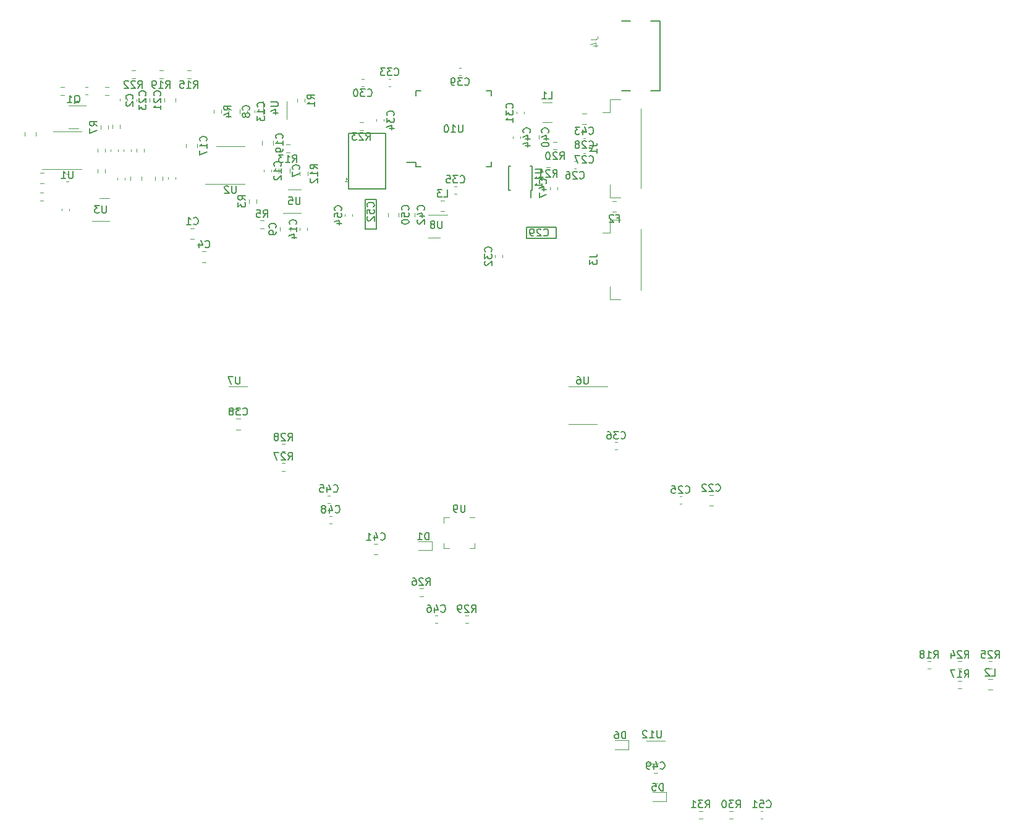
<source format=gbr>
%TF.GenerationSoftware,KiCad,Pcbnew,6.0.4-6f826c9f35~116~ubuntu20.04.1*%
%TF.CreationDate,2022-05-03T12:56:29+00:00*%
%TF.ProjectId,USTSIPIN01A,55535453-4950-4494-9e30-31412e6b6963,REV*%
%TF.SameCoordinates,Original*%
%TF.FileFunction,Legend,Bot*%
%TF.FilePolarity,Positive*%
%FSLAX46Y46*%
G04 Gerber Fmt 4.6, Leading zero omitted, Abs format (unit mm)*
G04 Created by KiCad (PCBNEW 6.0.4-6f826c9f35~116~ubuntu20.04.1) date 2022-05-03 12:56:29*
%MOMM*%
%LPD*%
G01*
G04 APERTURE LIST*
%ADD10C,0.150000*%
%ADD11C,0.050000*%
%ADD12C,0.015000*%
%ADD13C,0.120000*%
%ADD14C,0.200000*%
G04 APERTURE END LIST*
D10*
%TO.C,C1*%
X27631666Y17572857D02*
X27679285Y17525238D01*
X27822142Y17477619D01*
X27917380Y17477619D01*
X28060238Y17525238D01*
X28155476Y17620476D01*
X28203095Y17715714D01*
X28250714Y17906190D01*
X28250714Y18049047D01*
X28203095Y18239523D01*
X28155476Y18334761D01*
X28060238Y18430000D01*
X27917380Y18477619D01*
X27822142Y18477619D01*
X27679285Y18430000D01*
X27631666Y18382380D01*
X26679285Y17477619D02*
X27250714Y17477619D01*
X26965000Y17477619D02*
X26965000Y18477619D01*
X27060238Y18334761D01*
X27155476Y18239523D01*
X27250714Y18191904D01*
%TO.C,C4*%
X29219166Y14397857D02*
X29266785Y14350238D01*
X29409642Y14302619D01*
X29504880Y14302619D01*
X29647738Y14350238D01*
X29742976Y14445476D01*
X29790595Y14540714D01*
X29838214Y14731190D01*
X29838214Y14874047D01*
X29790595Y15064523D01*
X29742976Y15159761D01*
X29647738Y15255000D01*
X29504880Y15302619D01*
X29409642Y15302619D01*
X29266785Y15255000D01*
X29219166Y15207380D01*
X28362023Y14969285D02*
X28362023Y14302619D01*
X28600119Y15350238D02*
X28838214Y14635952D01*
X28219166Y14635952D01*
%TO.C,C7*%
X42075142Y25052666D02*
X42122761Y25100285D01*
X42170380Y25243142D01*
X42170380Y25338380D01*
X42122761Y25481238D01*
X42027523Y25576476D01*
X41932285Y25624095D01*
X41741809Y25671714D01*
X41598952Y25671714D01*
X41408476Y25624095D01*
X41313238Y25576476D01*
X41218000Y25481238D01*
X41170380Y25338380D01*
X41170380Y25243142D01*
X41218000Y25100285D01*
X41265619Y25052666D01*
X41170380Y24719333D02*
X41170380Y24052666D01*
X42170380Y24481238D01*
%TO.C,C8*%
X35217142Y33180666D02*
X35264761Y33228285D01*
X35312380Y33371142D01*
X35312380Y33466380D01*
X35264761Y33609238D01*
X35169523Y33704476D01*
X35074285Y33752095D01*
X34883809Y33799714D01*
X34740952Y33799714D01*
X34550476Y33752095D01*
X34455238Y33704476D01*
X34360000Y33609238D01*
X34312380Y33466380D01*
X34312380Y33371142D01*
X34360000Y33228285D01*
X34407619Y33180666D01*
X34740952Y32609238D02*
X34693333Y32704476D01*
X34645714Y32752095D01*
X34550476Y32799714D01*
X34502857Y32799714D01*
X34407619Y32752095D01*
X34360000Y32704476D01*
X34312380Y32609238D01*
X34312380Y32418761D01*
X34360000Y32323523D01*
X34407619Y32275904D01*
X34502857Y32228285D01*
X34550476Y32228285D01*
X34645714Y32275904D01*
X34693333Y32323523D01*
X34740952Y32418761D01*
X34740952Y32609238D01*
X34788571Y32704476D01*
X34836190Y32752095D01*
X34931428Y32799714D01*
X35121904Y32799714D01*
X35217142Y32752095D01*
X35264761Y32704476D01*
X35312380Y32609238D01*
X35312380Y32418761D01*
X35264761Y32323523D01*
X35217142Y32275904D01*
X35121904Y32228285D01*
X34931428Y32228285D01*
X34836190Y32275904D01*
X34788571Y32323523D01*
X34740952Y32418761D01*
%TO.C,C9*%
X38842142Y17051666D02*
X38889761Y17099285D01*
X38937380Y17242142D01*
X38937380Y17337380D01*
X38889761Y17480238D01*
X38794523Y17575476D01*
X38699285Y17623095D01*
X38508809Y17670714D01*
X38365952Y17670714D01*
X38175476Y17623095D01*
X38080238Y17575476D01*
X37985000Y17480238D01*
X37937380Y17337380D01*
X37937380Y17242142D01*
X37985000Y17099285D01*
X38032619Y17051666D01*
X38937380Y16575476D02*
X38937380Y16385000D01*
X38889761Y16289761D01*
X38842142Y16242142D01*
X38699285Y16146904D01*
X38508809Y16099285D01*
X38127857Y16099285D01*
X38032619Y16146904D01*
X37985000Y16194523D01*
X37937380Y16289761D01*
X37937380Y16480238D01*
X37985000Y16575476D01*
X38032619Y16623095D01*
X38127857Y16670714D01*
X38365952Y16670714D01*
X38461190Y16623095D01*
X38508809Y16575476D01*
X38556428Y16480238D01*
X38556428Y16289761D01*
X38508809Y16194523D01*
X38461190Y16146904D01*
X38365952Y16099285D01*
%TO.C,C12*%
X39539142Y25528857D02*
X39586761Y25576476D01*
X39634380Y25719333D01*
X39634380Y25814571D01*
X39586761Y25957428D01*
X39491523Y26052666D01*
X39396285Y26100285D01*
X39205809Y26147904D01*
X39062952Y26147904D01*
X38872476Y26100285D01*
X38777238Y26052666D01*
X38682000Y25957428D01*
X38634380Y25814571D01*
X38634380Y25719333D01*
X38682000Y25576476D01*
X38729619Y25528857D01*
X39634380Y24576476D02*
X39634380Y25147904D01*
X39634380Y24862190D02*
X38634380Y24862190D01*
X38777238Y24957428D01*
X38872476Y25052666D01*
X38920095Y25147904D01*
X38729619Y24195523D02*
X38682000Y24147904D01*
X38634380Y24052666D01*
X38634380Y23814571D01*
X38682000Y23719333D01*
X38729619Y23671714D01*
X38824857Y23624095D01*
X38920095Y23624095D01*
X39062952Y23671714D01*
X39634380Y24243142D01*
X39634380Y23624095D01*
%TO.C,C13*%
X37253142Y33656857D02*
X37300761Y33704476D01*
X37348380Y33847333D01*
X37348380Y33942571D01*
X37300761Y34085428D01*
X37205523Y34180666D01*
X37110285Y34228285D01*
X36919809Y34275904D01*
X36776952Y34275904D01*
X36586476Y34228285D01*
X36491238Y34180666D01*
X36396000Y34085428D01*
X36348380Y33942571D01*
X36348380Y33847333D01*
X36396000Y33704476D01*
X36443619Y33656857D01*
X37348380Y32704476D02*
X37348380Y33275904D01*
X37348380Y32990190D02*
X36348380Y32990190D01*
X36491238Y33085428D01*
X36586476Y33180666D01*
X36634095Y33275904D01*
X36348380Y32371142D02*
X36348380Y31752095D01*
X36729333Y32085428D01*
X36729333Y31942571D01*
X36776952Y31847333D01*
X36824571Y31799714D01*
X36919809Y31752095D01*
X37157904Y31752095D01*
X37253142Y31799714D01*
X37300761Y31847333D01*
X37348380Y31942571D01*
X37348380Y32228285D01*
X37300761Y32323523D01*
X37253142Y32371142D01*
%TO.C,C14*%
X41632142Y17527857D02*
X41679761Y17575476D01*
X41727380Y17718333D01*
X41727380Y17813571D01*
X41679761Y17956428D01*
X41584523Y18051666D01*
X41489285Y18099285D01*
X41298809Y18146904D01*
X41155952Y18146904D01*
X40965476Y18099285D01*
X40870238Y18051666D01*
X40775000Y17956428D01*
X40727380Y17813571D01*
X40727380Y17718333D01*
X40775000Y17575476D01*
X40822619Y17527857D01*
X41727380Y16575476D02*
X41727380Y17146904D01*
X41727380Y16861190D02*
X40727380Y16861190D01*
X40870238Y16956428D01*
X40965476Y17051666D01*
X41013095Y17146904D01*
X41060714Y15718333D02*
X41727380Y15718333D01*
X40679761Y15956428D02*
X41394047Y16194523D01*
X41394047Y15575476D01*
%TO.C,C17*%
X29375142Y28957857D02*
X29422761Y29005476D01*
X29470380Y29148333D01*
X29470380Y29243571D01*
X29422761Y29386428D01*
X29327523Y29481666D01*
X29232285Y29529285D01*
X29041809Y29576904D01*
X28898952Y29576904D01*
X28708476Y29529285D01*
X28613238Y29481666D01*
X28518000Y29386428D01*
X28470380Y29243571D01*
X28470380Y29148333D01*
X28518000Y29005476D01*
X28565619Y28957857D01*
X29470380Y28005476D02*
X29470380Y28576904D01*
X29470380Y28291190D02*
X28470380Y28291190D01*
X28613238Y28386428D01*
X28708476Y28481666D01*
X28756095Y28576904D01*
X28470380Y27672142D02*
X28470380Y27005476D01*
X29470380Y27434047D01*
%TO.C,C19*%
X39789142Y29338857D02*
X39836761Y29386476D01*
X39884380Y29529333D01*
X39884380Y29624571D01*
X39836761Y29767428D01*
X39741523Y29862666D01*
X39646285Y29910285D01*
X39455809Y29957904D01*
X39312952Y29957904D01*
X39122476Y29910285D01*
X39027238Y29862666D01*
X38932000Y29767428D01*
X38884380Y29624571D01*
X38884380Y29529333D01*
X38932000Y29386476D01*
X38979619Y29338857D01*
X39884380Y28386476D02*
X39884380Y28957904D01*
X39884380Y28672190D02*
X38884380Y28672190D01*
X39027238Y28767428D01*
X39122476Y28862666D01*
X39170095Y28957904D01*
X39884380Y27910285D02*
X39884380Y27719809D01*
X39836761Y27624571D01*
X39789142Y27576952D01*
X39646285Y27481714D01*
X39455809Y27434095D01*
X39074857Y27434095D01*
X38979619Y27481714D01*
X38932000Y27529333D01*
X38884380Y27624571D01*
X38884380Y27815047D01*
X38932000Y27910285D01*
X38979619Y27957904D01*
X39074857Y28005523D01*
X39312952Y28005523D01*
X39408190Y27957904D01*
X39455809Y27910285D01*
X39503428Y27815047D01*
X39503428Y27624571D01*
X39455809Y27529333D01*
X39408190Y27481714D01*
X39312952Y27434095D01*
%TO.C,R3*%
X34742380Y20861666D02*
X34266190Y21195000D01*
X34742380Y21433095D02*
X33742380Y21433095D01*
X33742380Y21052142D01*
X33790000Y20956904D01*
X33837619Y20909285D01*
X33932857Y20861666D01*
X34075714Y20861666D01*
X34170952Y20909285D01*
X34218571Y20956904D01*
X34266190Y21052142D01*
X34266190Y21433095D01*
X33742380Y20528333D02*
X33742380Y19909285D01*
X34123333Y20242619D01*
X34123333Y20099761D01*
X34170952Y20004523D01*
X34218571Y19956904D01*
X34313809Y19909285D01*
X34551904Y19909285D01*
X34647142Y19956904D01*
X34694761Y20004523D01*
X34742380Y20099761D01*
X34742380Y20385476D01*
X34694761Y20480714D01*
X34647142Y20528333D01*
%TO.C,R4*%
X32776380Y33180666D02*
X32300190Y33514000D01*
X32776380Y33752095D02*
X31776380Y33752095D01*
X31776380Y33371142D01*
X31824000Y33275904D01*
X31871619Y33228285D01*
X31966857Y33180666D01*
X32109714Y33180666D01*
X32204952Y33228285D01*
X32252571Y33275904D01*
X32300190Y33371142D01*
X32300190Y33752095D01*
X32109714Y32323523D02*
X32776380Y32323523D01*
X31728761Y32561619D02*
X32443047Y32799714D01*
X32443047Y32180666D01*
%TO.C,R5*%
X37156666Y18497619D02*
X37490000Y18973809D01*
X37728095Y18497619D02*
X37728095Y19497619D01*
X37347142Y19497619D01*
X37251904Y19450000D01*
X37204285Y19402380D01*
X37156666Y19307142D01*
X37156666Y19164285D01*
X37204285Y19069047D01*
X37251904Y19021428D01*
X37347142Y18973809D01*
X37728095Y18973809D01*
X36251904Y19497619D02*
X36728095Y19497619D01*
X36775714Y19021428D01*
X36728095Y19069047D01*
X36632857Y19116666D01*
X36394761Y19116666D01*
X36299523Y19069047D01*
X36251904Y19021428D01*
X36204285Y18926190D01*
X36204285Y18688095D01*
X36251904Y18592857D01*
X36299523Y18545238D01*
X36394761Y18497619D01*
X36632857Y18497619D01*
X36728095Y18545238D01*
X36775714Y18592857D01*
%TO.C,R7*%
X14422380Y31021666D02*
X13946190Y31355000D01*
X14422380Y31593095D02*
X13422380Y31593095D01*
X13422380Y31212142D01*
X13470000Y31116904D01*
X13517619Y31069285D01*
X13612857Y31021666D01*
X13755714Y31021666D01*
X13850952Y31069285D01*
X13898571Y31116904D01*
X13946190Y31212142D01*
X13946190Y31593095D01*
X13422380Y30688333D02*
X13422380Y30021666D01*
X14422380Y30450238D01*
%TO.C,R12*%
X44587380Y25147857D02*
X44111190Y25481190D01*
X44587380Y25719285D02*
X43587380Y25719285D01*
X43587380Y25338333D01*
X43635000Y25243095D01*
X43682619Y25195476D01*
X43777857Y25147857D01*
X43920714Y25147857D01*
X44015952Y25195476D01*
X44063571Y25243095D01*
X44111190Y25338333D01*
X44111190Y25719285D01*
X44587380Y24195476D02*
X44587380Y24766904D01*
X44587380Y24481190D02*
X43587380Y24481190D01*
X43730238Y24576428D01*
X43825476Y24671666D01*
X43873095Y24766904D01*
X43682619Y23814523D02*
X43635000Y23766904D01*
X43587380Y23671666D01*
X43587380Y23433571D01*
X43635000Y23338333D01*
X43682619Y23290714D01*
X43777857Y23243095D01*
X43873095Y23243095D01*
X44015952Y23290714D01*
X44587380Y23862142D01*
X44587380Y23243095D01*
%TO.C,R13*%
X41188857Y26051619D02*
X41522190Y26527809D01*
X41760285Y26051619D02*
X41760285Y27051619D01*
X41379333Y27051619D01*
X41284095Y27004000D01*
X41236476Y26956380D01*
X41188857Y26861142D01*
X41188857Y26718285D01*
X41236476Y26623047D01*
X41284095Y26575428D01*
X41379333Y26527809D01*
X41760285Y26527809D01*
X40236476Y26051619D02*
X40807904Y26051619D01*
X40522190Y26051619D02*
X40522190Y27051619D01*
X40617428Y26908761D01*
X40712666Y26813523D01*
X40807904Y26765904D01*
X39903142Y27051619D02*
X39284095Y27051619D01*
X39617428Y26670666D01*
X39474571Y26670666D01*
X39379333Y26623047D01*
X39331714Y26575428D01*
X39284095Y26480190D01*
X39284095Y26242095D01*
X39331714Y26146857D01*
X39379333Y26099238D01*
X39474571Y26051619D01*
X39760285Y26051619D01*
X39855523Y26099238D01*
X39903142Y26146857D01*
%TO.C,U1*%
X11081904Y24827619D02*
X11081904Y24018095D01*
X11034285Y23922857D01*
X10986666Y23875238D01*
X10891428Y23827619D01*
X10700952Y23827619D01*
X10605714Y23875238D01*
X10558095Y23922857D01*
X10510476Y24018095D01*
X10510476Y24827619D01*
X9510476Y23827619D02*
X10081904Y23827619D01*
X9796190Y23827619D02*
X9796190Y24827619D01*
X9891428Y24684761D01*
X9986666Y24589523D01*
X10081904Y24541904D01*
%TO.C,U4*%
X38220380Y34283904D02*
X39029904Y34283904D01*
X39125142Y34236285D01*
X39172761Y34188666D01*
X39220380Y34093428D01*
X39220380Y33902952D01*
X39172761Y33807714D01*
X39125142Y33760095D01*
X39029904Y33712476D01*
X38220380Y33712476D01*
X38553714Y32807714D02*
X39220380Y32807714D01*
X38172761Y33045809D02*
X38887047Y33283904D01*
X38887047Y32664857D01*
%TO.C,U5*%
X42196904Y21242619D02*
X42196904Y20433095D01*
X42149285Y20337857D01*
X42101666Y20290238D01*
X42006428Y20242619D01*
X41815952Y20242619D01*
X41720714Y20290238D01*
X41673095Y20337857D01*
X41625476Y20433095D01*
X41625476Y21242619D01*
X40673095Y21242619D02*
X41149285Y21242619D01*
X41196904Y20766428D01*
X41149285Y20814047D01*
X41054047Y20861666D01*
X40815952Y20861666D01*
X40720714Y20814047D01*
X40673095Y20766428D01*
X40625476Y20671190D01*
X40625476Y20433095D01*
X40673095Y20337857D01*
X40720714Y20290238D01*
X40815952Y20242619D01*
X41054047Y20242619D01*
X41149285Y20290238D01*
X41196904Y20337857D01*
%TO.C,U2*%
X33433904Y22795619D02*
X33433904Y21986095D01*
X33386285Y21890857D01*
X33338666Y21843238D01*
X33243428Y21795619D01*
X33052952Y21795619D01*
X32957714Y21843238D01*
X32910095Y21890857D01*
X32862476Y21986095D01*
X32862476Y22795619D01*
X32433904Y22700380D02*
X32386285Y22748000D01*
X32291047Y22795619D01*
X32052952Y22795619D01*
X31957714Y22748000D01*
X31910095Y22700380D01*
X31862476Y22605142D01*
X31862476Y22509904D01*
X31910095Y22367047D01*
X32481523Y21795619D01*
X31862476Y21795619D01*
%TO.C,R1*%
X44206380Y34704666D02*
X43730190Y35038000D01*
X44206380Y35276095D02*
X43206380Y35276095D01*
X43206380Y34895142D01*
X43254000Y34799904D01*
X43301619Y34752285D01*
X43396857Y34704666D01*
X43539714Y34704666D01*
X43634952Y34752285D01*
X43682571Y34799904D01*
X43730190Y34895142D01*
X43730190Y35276095D01*
X44206380Y33752285D02*
X44206380Y34323714D01*
X44206380Y34038000D02*
X43206380Y34038000D01*
X43349238Y34133238D01*
X43444476Y34228476D01*
X43492095Y34323714D01*
%TO.C,C2*%
X19247142Y34710666D02*
X19294761Y34758285D01*
X19342380Y34901142D01*
X19342380Y34996380D01*
X19294761Y35139238D01*
X19199523Y35234476D01*
X19104285Y35282095D01*
X18913809Y35329714D01*
X18770952Y35329714D01*
X18580476Y35282095D01*
X18485238Y35234476D01*
X18390000Y35139238D01*
X18342380Y34996380D01*
X18342380Y34901142D01*
X18390000Y34758285D01*
X18437619Y34710666D01*
X18437619Y34329714D02*
X18390000Y34282095D01*
X18342380Y34186857D01*
X18342380Y33948761D01*
X18390000Y33853523D01*
X18437619Y33805904D01*
X18532857Y33758285D01*
X18628095Y33758285D01*
X18770952Y33805904D01*
X19342380Y34377333D01*
X19342380Y33758285D01*
%TO.C,U3*%
X15653904Y20099619D02*
X15653904Y19290095D01*
X15606285Y19194857D01*
X15558666Y19147238D01*
X15463428Y19099619D01*
X15272952Y19099619D01*
X15177714Y19147238D01*
X15130095Y19194857D01*
X15082476Y19290095D01*
X15082476Y20099619D01*
X14701523Y20099619D02*
X14082476Y20099619D01*
X14415809Y19718666D01*
X14272952Y19718666D01*
X14177714Y19671047D01*
X14130095Y19623428D01*
X14082476Y19528190D01*
X14082476Y19290095D01*
X14130095Y19194857D01*
X14177714Y19147238D01*
X14272952Y19099619D01*
X14558666Y19099619D01*
X14653904Y19147238D01*
X14701523Y19194857D01*
%TO.C,C21*%
X23061142Y35186857D02*
X23108761Y35234476D01*
X23156380Y35377333D01*
X23156380Y35472571D01*
X23108761Y35615428D01*
X23013523Y35710666D01*
X22918285Y35758285D01*
X22727809Y35805904D01*
X22584952Y35805904D01*
X22394476Y35758285D01*
X22299238Y35710666D01*
X22204000Y35615428D01*
X22156380Y35472571D01*
X22156380Y35377333D01*
X22204000Y35234476D01*
X22251619Y35186857D01*
X22251619Y34805904D02*
X22204000Y34758285D01*
X22156380Y34663047D01*
X22156380Y34424952D01*
X22204000Y34329714D01*
X22251619Y34282095D01*
X22346857Y34234476D01*
X22442095Y34234476D01*
X22584952Y34282095D01*
X23156380Y34853523D01*
X23156380Y34234476D01*
X23156380Y33282095D02*
X23156380Y33853523D01*
X23156380Y33567809D02*
X22156380Y33567809D01*
X22299238Y33663047D01*
X22394476Y33758285D01*
X22442095Y33853523D01*
%TO.C,F2*%
X85613833Y18360428D02*
X85947166Y18360428D01*
X85947166Y17836619D02*
X85947166Y18836619D01*
X85470976Y18836619D01*
X85137642Y18741380D02*
X85090023Y18789000D01*
X84994785Y18836619D01*
X84756690Y18836619D01*
X84661452Y18789000D01*
X84613833Y18741380D01*
X84566214Y18646142D01*
X84566214Y18550904D01*
X84613833Y18408047D01*
X85185261Y17836619D01*
X84566214Y17836619D01*
%TO.C,L3*%
X61888666Y21263619D02*
X62364857Y21263619D01*
X62364857Y22263619D01*
X61650571Y22263619D02*
X61031523Y22263619D01*
X61364857Y21882666D01*
X61222000Y21882666D01*
X61126761Y21835047D01*
X61079142Y21787428D01*
X61031523Y21692190D01*
X61031523Y21454095D01*
X61079142Y21358857D01*
X61126761Y21311238D01*
X61222000Y21263619D01*
X61507714Y21263619D01*
X61602952Y21311238D01*
X61650571Y21358857D01*
%TO.C,C50*%
X57028142Y19502357D02*
X57075761Y19549976D01*
X57123380Y19692833D01*
X57123380Y19788071D01*
X57075761Y19930928D01*
X56980523Y20026166D01*
X56885285Y20073785D01*
X56694809Y20121404D01*
X56551952Y20121404D01*
X56361476Y20073785D01*
X56266238Y20026166D01*
X56171000Y19930928D01*
X56123380Y19788071D01*
X56123380Y19692833D01*
X56171000Y19549976D01*
X56218619Y19502357D01*
X56123380Y18597595D02*
X56123380Y19073785D01*
X56599571Y19121404D01*
X56551952Y19073785D01*
X56504333Y18978547D01*
X56504333Y18740452D01*
X56551952Y18645214D01*
X56599571Y18597595D01*
X56694809Y18549976D01*
X56932904Y18549976D01*
X57028142Y18597595D01*
X57075761Y18645214D01*
X57123380Y18740452D01*
X57123380Y18978547D01*
X57075761Y19073785D01*
X57028142Y19121404D01*
X56123380Y17930928D02*
X56123380Y17835690D01*
X56171000Y17740452D01*
X56218619Y17692833D01*
X56313857Y17645214D01*
X56504333Y17597595D01*
X56742428Y17597595D01*
X56932904Y17645214D01*
X57028142Y17692833D01*
X57075761Y17740452D01*
X57123380Y17835690D01*
X57123380Y17930928D01*
X57075761Y18026166D01*
X57028142Y18073785D01*
X56932904Y18121404D01*
X56742428Y18169023D01*
X56504333Y18169023D01*
X56313857Y18121404D01*
X56218619Y18073785D01*
X56171000Y18026166D01*
X56123380Y17930928D01*
%TO.C,C42*%
X59187142Y19502357D02*
X59234761Y19549976D01*
X59282380Y19692833D01*
X59282380Y19788071D01*
X59234761Y19930928D01*
X59139523Y20026166D01*
X59044285Y20073785D01*
X58853809Y20121404D01*
X58710952Y20121404D01*
X58520476Y20073785D01*
X58425238Y20026166D01*
X58330000Y19930928D01*
X58282380Y19788071D01*
X58282380Y19692833D01*
X58330000Y19549976D01*
X58377619Y19502357D01*
X58615714Y18645214D02*
X59282380Y18645214D01*
X58234761Y18883309D02*
X58949047Y19121404D01*
X58949047Y18502357D01*
X58377619Y18169023D02*
X58330000Y18121404D01*
X58282380Y18026166D01*
X58282380Y17788071D01*
X58330000Y17692833D01*
X58377619Y17645214D01*
X58472857Y17597595D01*
X58568095Y17597595D01*
X58710952Y17645214D01*
X59282380Y18216642D01*
X59282380Y17597595D01*
%TO.C,C52*%
X52274742Y19921457D02*
X52322361Y19969076D01*
X52369980Y20111933D01*
X52369980Y20207171D01*
X52322361Y20350028D01*
X52227123Y20445266D01*
X52131885Y20492885D01*
X51941409Y20540504D01*
X51798552Y20540504D01*
X51608076Y20492885D01*
X51512838Y20445266D01*
X51417600Y20350028D01*
X51369980Y20207171D01*
X51369980Y20111933D01*
X51417600Y19969076D01*
X51465219Y19921457D01*
X51369980Y19016695D02*
X51369980Y19492885D01*
X51846171Y19540504D01*
X51798552Y19492885D01*
X51750933Y19397647D01*
X51750933Y19159552D01*
X51798552Y19064314D01*
X51846171Y19016695D01*
X51941409Y18969076D01*
X52179504Y18969076D01*
X52274742Y19016695D01*
X52322361Y19064314D01*
X52369980Y19159552D01*
X52369980Y19397647D01*
X52322361Y19492885D01*
X52274742Y19540504D01*
X51465219Y18588123D02*
X51417600Y18540504D01*
X51369980Y18445266D01*
X51369980Y18207171D01*
X51417600Y18111933D01*
X51465219Y18064314D01*
X51560457Y18016695D01*
X51655695Y18016695D01*
X51798552Y18064314D01*
X52369980Y18635742D01*
X52369980Y18016695D01*
%TO.C,C44*%
X73669142Y30106857D02*
X73716761Y30154476D01*
X73764380Y30297333D01*
X73764380Y30392571D01*
X73716761Y30535428D01*
X73621523Y30630666D01*
X73526285Y30678285D01*
X73335809Y30725904D01*
X73192952Y30725904D01*
X73002476Y30678285D01*
X72907238Y30630666D01*
X72812000Y30535428D01*
X72764380Y30392571D01*
X72764380Y30297333D01*
X72812000Y30154476D01*
X72859619Y30106857D01*
X73097714Y29249714D02*
X73764380Y29249714D01*
X72716761Y29487809D02*
X73431047Y29725904D01*
X73431047Y29106857D01*
X73097714Y28297333D02*
X73764380Y28297333D01*
X72716761Y28535428D02*
X73431047Y28773523D01*
X73431047Y28154476D01*
%TO.C,C40*%
X76205142Y30106857D02*
X76252761Y30154476D01*
X76300380Y30297333D01*
X76300380Y30392571D01*
X76252761Y30535428D01*
X76157523Y30630666D01*
X76062285Y30678285D01*
X75871809Y30725904D01*
X75728952Y30725904D01*
X75538476Y30678285D01*
X75443238Y30630666D01*
X75348000Y30535428D01*
X75300380Y30392571D01*
X75300380Y30297333D01*
X75348000Y30154476D01*
X75395619Y30106857D01*
X75633714Y29249714D02*
X76300380Y29249714D01*
X75252761Y29487809D02*
X75967047Y29725904D01*
X75967047Y29106857D01*
X75300380Y28535428D02*
X75300380Y28440190D01*
X75348000Y28344952D01*
X75395619Y28297333D01*
X75490857Y28249714D01*
X75681333Y28202095D01*
X75919428Y28202095D01*
X76109904Y28249714D01*
X76205142Y28297333D01*
X76252761Y28344952D01*
X76300380Y28440190D01*
X76300380Y28535428D01*
X76252761Y28630666D01*
X76205142Y28678285D01*
X76109904Y28725904D01*
X75919428Y28773523D01*
X75681333Y28773523D01*
X75490857Y28725904D01*
X75395619Y28678285D01*
X75348000Y28630666D01*
X75300380Y28535428D01*
%TO.C,C31*%
X71317142Y33472357D02*
X71364761Y33519976D01*
X71412380Y33662833D01*
X71412380Y33758071D01*
X71364761Y33900928D01*
X71269523Y33996166D01*
X71174285Y34043785D01*
X70983809Y34091404D01*
X70840952Y34091404D01*
X70650476Y34043785D01*
X70555238Y33996166D01*
X70460000Y33900928D01*
X70412380Y33758071D01*
X70412380Y33662833D01*
X70460000Y33519976D01*
X70507619Y33472357D01*
X70412380Y33139023D02*
X70412380Y32519976D01*
X70793333Y32853309D01*
X70793333Y32710452D01*
X70840952Y32615214D01*
X70888571Y32567595D01*
X70983809Y32519976D01*
X71221904Y32519976D01*
X71317142Y32567595D01*
X71364761Y32615214D01*
X71412380Y32710452D01*
X71412380Y32996166D01*
X71364761Y33091404D01*
X71317142Y33139023D01*
X71412380Y31567595D02*
X71412380Y32139023D01*
X71412380Y31853309D02*
X70412380Y31853309D01*
X70555238Y31948547D01*
X70650476Y32043785D01*
X70698095Y32139023D01*
%TO.C,C27*%
X81795857Y26025857D02*
X81843476Y25978238D01*
X81986333Y25930619D01*
X82081571Y25930619D01*
X82224428Y25978238D01*
X82319666Y26073476D01*
X82367285Y26168714D01*
X82414904Y26359190D01*
X82414904Y26502047D01*
X82367285Y26692523D01*
X82319666Y26787761D01*
X82224428Y26883000D01*
X82081571Y26930619D01*
X81986333Y26930619D01*
X81843476Y26883000D01*
X81795857Y26835380D01*
X81414904Y26835380D02*
X81367285Y26883000D01*
X81272047Y26930619D01*
X81033952Y26930619D01*
X80938714Y26883000D01*
X80891095Y26835380D01*
X80843476Y26740142D01*
X80843476Y26644904D01*
X80891095Y26502047D01*
X81462523Y25930619D01*
X80843476Y25930619D01*
X80510142Y26930619D02*
X79843476Y26930619D01*
X80272047Y25930619D01*
%TO.C,U8*%
X61655904Y17989619D02*
X61655904Y17180095D01*
X61608285Y17084857D01*
X61560666Y17037238D01*
X61465428Y16989619D01*
X61274952Y16989619D01*
X61179714Y17037238D01*
X61132095Y17084857D01*
X61084476Y17180095D01*
X61084476Y17989619D01*
X60465428Y17561047D02*
X60560666Y17608666D01*
X60608285Y17656285D01*
X60655904Y17751523D01*
X60655904Y17799142D01*
X60608285Y17894380D01*
X60560666Y17942000D01*
X60465428Y17989619D01*
X60274952Y17989619D01*
X60179714Y17942000D01*
X60132095Y17894380D01*
X60084476Y17799142D01*
X60084476Y17751523D01*
X60132095Y17656285D01*
X60179714Y17608666D01*
X60274952Y17561047D01*
X60465428Y17561047D01*
X60560666Y17513428D01*
X60608285Y17465809D01*
X60655904Y17370571D01*
X60655904Y17180095D01*
X60608285Y17084857D01*
X60560666Y17037238D01*
X60465428Y16989619D01*
X60274952Y16989619D01*
X60179714Y17037238D01*
X60132095Y17084857D01*
X60084476Y17180095D01*
X60084476Y17370571D01*
X60132095Y17465809D01*
X60179714Y17513428D01*
X60274952Y17561047D01*
%TO.C,U10*%
X64484095Y31154619D02*
X64484095Y30345095D01*
X64436476Y30249857D01*
X64388857Y30202238D01*
X64293619Y30154619D01*
X64103142Y30154619D01*
X64007904Y30202238D01*
X63960285Y30249857D01*
X63912666Y30345095D01*
X63912666Y31154619D01*
X62912666Y30154619D02*
X63484095Y30154619D01*
X63198380Y30154619D02*
X63198380Y31154619D01*
X63293619Y31011761D01*
X63388857Y30916523D01*
X63484095Y30868904D01*
X62293619Y31154619D02*
X62198380Y31154619D01*
X62103142Y31107000D01*
X62055523Y31059380D01*
X62007904Y30964142D01*
X61960285Y30773666D01*
X61960285Y30535571D01*
X62007904Y30345095D01*
X62055523Y30249857D01*
X62103142Y30202238D01*
X62198380Y30154619D01*
X62293619Y30154619D01*
X62388857Y30202238D01*
X62436476Y30249857D01*
X62484095Y30345095D01*
X62531714Y30535571D01*
X62531714Y30773666D01*
X62484095Y30964142D01*
X62436476Y31059380D01*
X62388857Y31107000D01*
X62293619Y31154619D01*
%TO.C,R20*%
X77795357Y26438619D02*
X78128690Y26914809D01*
X78366785Y26438619D02*
X78366785Y27438619D01*
X77985833Y27438619D01*
X77890595Y27391000D01*
X77842976Y27343380D01*
X77795357Y27248142D01*
X77795357Y27105285D01*
X77842976Y27010047D01*
X77890595Y26962428D01*
X77985833Y26914809D01*
X78366785Y26914809D01*
X77414404Y27343380D02*
X77366785Y27391000D01*
X77271547Y27438619D01*
X77033452Y27438619D01*
X76938214Y27391000D01*
X76890595Y27343380D01*
X76842976Y27248142D01*
X76842976Y27152904D01*
X76890595Y27010047D01*
X77462023Y26438619D01*
X76842976Y26438619D01*
X76223928Y27438619D02*
X76128690Y27438619D01*
X76033452Y27391000D01*
X75985833Y27343380D01*
X75938214Y27248142D01*
X75890595Y27057666D01*
X75890595Y26819571D01*
X75938214Y26629095D01*
X75985833Y26533857D01*
X76033452Y26486238D01*
X76128690Y26438619D01*
X76223928Y26438619D01*
X76319166Y26486238D01*
X76366785Y26533857D01*
X76414404Y26629095D01*
X76462023Y26819571D01*
X76462023Y27057666D01*
X76414404Y27248142D01*
X76366785Y27343380D01*
X76319166Y27391000D01*
X76223928Y27438619D01*
%TO.C,C29*%
X75598257Y16000457D02*
X75645876Y15952838D01*
X75788733Y15905219D01*
X75883971Y15905219D01*
X76026828Y15952838D01*
X76122066Y16048076D01*
X76169685Y16143314D01*
X76217304Y16333790D01*
X76217304Y16476647D01*
X76169685Y16667123D01*
X76122066Y16762361D01*
X76026828Y16857600D01*
X75883971Y16905219D01*
X75788733Y16905219D01*
X75645876Y16857600D01*
X75598257Y16809980D01*
X75217304Y16809980D02*
X75169685Y16857600D01*
X75074447Y16905219D01*
X74836352Y16905219D01*
X74741114Y16857600D01*
X74693495Y16809980D01*
X74645876Y16714742D01*
X74645876Y16619504D01*
X74693495Y16476647D01*
X75264923Y15905219D01*
X74645876Y15905219D01*
X74169685Y15905219D02*
X73979209Y15905219D01*
X73883971Y15952838D01*
X73836352Y16000457D01*
X73741114Y16143314D01*
X73693495Y16333790D01*
X73693495Y16714742D01*
X73741114Y16809980D01*
X73788733Y16857600D01*
X73883971Y16905219D01*
X74074447Y16905219D01*
X74169685Y16857600D01*
X74217304Y16809980D01*
X74264923Y16714742D01*
X74264923Y16476647D01*
X74217304Y16381409D01*
X74169685Y16333790D01*
X74074447Y16286171D01*
X73883971Y16286171D01*
X73788733Y16333790D01*
X73741114Y16381409D01*
X73693495Y16476647D01*
D11*
%TO.C,J22*%
X48371142Y23395809D02*
X48656857Y23395809D01*
X48514000Y23395809D02*
X48514000Y23895809D01*
X48561619Y23824380D01*
X48609238Y23776761D01*
X48656857Y23752952D01*
D10*
%TO.C,R23*%
X51252357Y29105619D02*
X51585690Y29581809D01*
X51823785Y29105619D02*
X51823785Y30105619D01*
X51442833Y30105619D01*
X51347595Y30058000D01*
X51299976Y30010380D01*
X51252357Y29915142D01*
X51252357Y29772285D01*
X51299976Y29677047D01*
X51347595Y29629428D01*
X51442833Y29581809D01*
X51823785Y29581809D01*
X50871404Y30010380D02*
X50823785Y30058000D01*
X50728547Y30105619D01*
X50490452Y30105619D01*
X50395214Y30058000D01*
X50347595Y30010380D01*
X50299976Y29915142D01*
X50299976Y29819904D01*
X50347595Y29677047D01*
X50919023Y29105619D01*
X50299976Y29105619D01*
X49966642Y30105619D02*
X49347595Y30105619D01*
X49680928Y29724666D01*
X49538071Y29724666D01*
X49442833Y29677047D01*
X49395214Y29629428D01*
X49347595Y29534190D01*
X49347595Y29296095D01*
X49395214Y29200857D01*
X49442833Y29153238D01*
X49538071Y29105619D01*
X49823785Y29105619D01*
X49919023Y29153238D01*
X49966642Y29200857D01*
%TO.C,C26*%
X80525857Y23866857D02*
X80573476Y23819238D01*
X80716333Y23771619D01*
X80811571Y23771619D01*
X80954428Y23819238D01*
X81049666Y23914476D01*
X81097285Y24009714D01*
X81144904Y24200190D01*
X81144904Y24343047D01*
X81097285Y24533523D01*
X81049666Y24628761D01*
X80954428Y24724000D01*
X80811571Y24771619D01*
X80716333Y24771619D01*
X80573476Y24724000D01*
X80525857Y24676380D01*
X80144904Y24676380D02*
X80097285Y24724000D01*
X80002047Y24771619D01*
X79763952Y24771619D01*
X79668714Y24724000D01*
X79621095Y24676380D01*
X79573476Y24581142D01*
X79573476Y24485904D01*
X79621095Y24343047D01*
X80192523Y23771619D01*
X79573476Y23771619D01*
X78716333Y24771619D02*
X78906809Y24771619D01*
X79002047Y24724000D01*
X79049666Y24676380D01*
X79144904Y24533523D01*
X79192523Y24343047D01*
X79192523Y23962095D01*
X79144904Y23866857D01*
X79097285Y23819238D01*
X79002047Y23771619D01*
X78811571Y23771619D01*
X78716333Y23819238D01*
X78668714Y23866857D01*
X78621095Y23962095D01*
X78621095Y24200190D01*
X78668714Y24295428D01*
X78716333Y24343047D01*
X78811571Y24390666D01*
X79002047Y24390666D01*
X79097285Y24343047D01*
X79144904Y24295428D01*
X79192523Y24200190D01*
%TO.C,C28*%
X81795857Y28057857D02*
X81843476Y28010238D01*
X81986333Y27962619D01*
X82081571Y27962619D01*
X82224428Y28010238D01*
X82319666Y28105476D01*
X82367285Y28200714D01*
X82414904Y28391190D01*
X82414904Y28534047D01*
X82367285Y28724523D01*
X82319666Y28819761D01*
X82224428Y28915000D01*
X82081571Y28962619D01*
X81986333Y28962619D01*
X81843476Y28915000D01*
X81795857Y28867380D01*
X81414904Y28867380D02*
X81367285Y28915000D01*
X81272047Y28962619D01*
X81033952Y28962619D01*
X80938714Y28915000D01*
X80891095Y28867380D01*
X80843476Y28772142D01*
X80843476Y28676904D01*
X80891095Y28534047D01*
X81462523Y27962619D01*
X80843476Y27962619D01*
X80272047Y28534047D02*
X80367285Y28581666D01*
X80414904Y28629285D01*
X80462523Y28724523D01*
X80462523Y28772142D01*
X80414904Y28867380D01*
X80367285Y28915000D01*
X80272047Y28962619D01*
X80081571Y28962619D01*
X79986333Y28915000D01*
X79938714Y28867380D01*
X79891095Y28772142D01*
X79891095Y28724523D01*
X79938714Y28629285D01*
X79986333Y28581666D01*
X80081571Y28534047D01*
X80272047Y28534047D01*
X80367285Y28486428D01*
X80414904Y28438809D01*
X80462523Y28343571D01*
X80462523Y28153095D01*
X80414904Y28057857D01*
X80367285Y28010238D01*
X80272047Y27962619D01*
X80081571Y27962619D01*
X79986333Y28010238D01*
X79938714Y28057857D01*
X79891095Y28153095D01*
X79891095Y28343571D01*
X79938714Y28438809D01*
X79986333Y28486428D01*
X80081571Y28534047D01*
%TO.C,C30*%
X51442857Y35169857D02*
X51490476Y35122238D01*
X51633333Y35074619D01*
X51728571Y35074619D01*
X51871428Y35122238D01*
X51966666Y35217476D01*
X52014285Y35312714D01*
X52061904Y35503190D01*
X52061904Y35646047D01*
X52014285Y35836523D01*
X51966666Y35931761D01*
X51871428Y36027000D01*
X51728571Y36074619D01*
X51633333Y36074619D01*
X51490476Y36027000D01*
X51442857Y35979380D01*
X51109523Y36074619D02*
X50490476Y36074619D01*
X50823809Y35693666D01*
X50680952Y35693666D01*
X50585714Y35646047D01*
X50538095Y35598428D01*
X50490476Y35503190D01*
X50490476Y35265095D01*
X50538095Y35169857D01*
X50585714Y35122238D01*
X50680952Y35074619D01*
X50966666Y35074619D01*
X51061904Y35122238D01*
X51109523Y35169857D01*
X49871428Y36074619D02*
X49776190Y36074619D01*
X49680952Y36027000D01*
X49633333Y35979380D01*
X49585714Y35884142D01*
X49538095Y35693666D01*
X49538095Y35455571D01*
X49585714Y35265095D01*
X49633333Y35169857D01*
X49680952Y35122238D01*
X49776190Y35074619D01*
X49871428Y35074619D01*
X49966666Y35122238D01*
X50014285Y35169857D01*
X50061904Y35265095D01*
X50109523Y35455571D01*
X50109523Y35693666D01*
X50061904Y35884142D01*
X50014285Y35979380D01*
X49966666Y36027000D01*
X49871428Y36074619D01*
%TO.C,C33*%
X55125857Y38029857D02*
X55173476Y37982238D01*
X55316333Y37934619D01*
X55411571Y37934619D01*
X55554428Y37982238D01*
X55649666Y38077476D01*
X55697285Y38172714D01*
X55744904Y38363190D01*
X55744904Y38506047D01*
X55697285Y38696523D01*
X55649666Y38791761D01*
X55554428Y38887000D01*
X55411571Y38934619D01*
X55316333Y38934619D01*
X55173476Y38887000D01*
X55125857Y38839380D01*
X54792523Y38934619D02*
X54173476Y38934619D01*
X54506809Y38553666D01*
X54363952Y38553666D01*
X54268714Y38506047D01*
X54221095Y38458428D01*
X54173476Y38363190D01*
X54173476Y38125095D01*
X54221095Y38029857D01*
X54268714Y37982238D01*
X54363952Y37934619D01*
X54649666Y37934619D01*
X54744904Y37982238D01*
X54792523Y38029857D01*
X53840142Y38934619D02*
X53221095Y38934619D01*
X53554428Y38553666D01*
X53411571Y38553666D01*
X53316333Y38506047D01*
X53268714Y38458428D01*
X53221095Y38363190D01*
X53221095Y38125095D01*
X53268714Y38029857D01*
X53316333Y37982238D01*
X53411571Y37934619D01*
X53697285Y37934619D01*
X53792523Y37982238D01*
X53840142Y38029857D01*
%TO.C,C34*%
X55000142Y32456357D02*
X55047761Y32503976D01*
X55095380Y32646833D01*
X55095380Y32742071D01*
X55047761Y32884928D01*
X54952523Y32980166D01*
X54857285Y33027785D01*
X54666809Y33075404D01*
X54523952Y33075404D01*
X54333476Y33027785D01*
X54238238Y32980166D01*
X54143000Y32884928D01*
X54095380Y32742071D01*
X54095380Y32646833D01*
X54143000Y32503976D01*
X54190619Y32456357D01*
X54095380Y32123023D02*
X54095380Y31503976D01*
X54476333Y31837309D01*
X54476333Y31694452D01*
X54523952Y31599214D01*
X54571571Y31551595D01*
X54666809Y31503976D01*
X54904904Y31503976D01*
X55000142Y31551595D01*
X55047761Y31599214D01*
X55095380Y31694452D01*
X55095380Y31980166D01*
X55047761Y32075404D01*
X55000142Y32123023D01*
X54428714Y30646833D02*
X55095380Y30646833D01*
X54047761Y30884928D02*
X54762047Y31123023D01*
X54762047Y30503976D01*
%TO.C,C35*%
X64142857Y23297857D02*
X64190476Y23250238D01*
X64333333Y23202619D01*
X64428571Y23202619D01*
X64571428Y23250238D01*
X64666666Y23345476D01*
X64714285Y23440714D01*
X64761904Y23631190D01*
X64761904Y23774047D01*
X64714285Y23964523D01*
X64666666Y24059761D01*
X64571428Y24155000D01*
X64428571Y24202619D01*
X64333333Y24202619D01*
X64190476Y24155000D01*
X64142857Y24107380D01*
X63809523Y24202619D02*
X63190476Y24202619D01*
X63523809Y23821666D01*
X63380952Y23821666D01*
X63285714Y23774047D01*
X63238095Y23726428D01*
X63190476Y23631190D01*
X63190476Y23393095D01*
X63238095Y23297857D01*
X63285714Y23250238D01*
X63380952Y23202619D01*
X63666666Y23202619D01*
X63761904Y23250238D01*
X63809523Y23297857D01*
X62285714Y24202619D02*
X62761904Y24202619D01*
X62809523Y23726428D01*
X62761904Y23774047D01*
X62666666Y23821666D01*
X62428571Y23821666D01*
X62333333Y23774047D01*
X62285714Y23726428D01*
X62238095Y23631190D01*
X62238095Y23393095D01*
X62285714Y23297857D01*
X62333333Y23250238D01*
X62428571Y23202619D01*
X62666666Y23202619D01*
X62761904Y23250238D01*
X62809523Y23297857D01*
%TO.C,C39*%
X64777857Y36693857D02*
X64825476Y36646238D01*
X64968333Y36598619D01*
X65063571Y36598619D01*
X65206428Y36646238D01*
X65301666Y36741476D01*
X65349285Y36836714D01*
X65396904Y37027190D01*
X65396904Y37170047D01*
X65349285Y37360523D01*
X65301666Y37455761D01*
X65206428Y37551000D01*
X65063571Y37598619D01*
X64968333Y37598619D01*
X64825476Y37551000D01*
X64777857Y37503380D01*
X64444523Y37598619D02*
X63825476Y37598619D01*
X64158809Y37217666D01*
X64015952Y37217666D01*
X63920714Y37170047D01*
X63873095Y37122428D01*
X63825476Y37027190D01*
X63825476Y36789095D01*
X63873095Y36693857D01*
X63920714Y36646238D01*
X64015952Y36598619D01*
X64301666Y36598619D01*
X64396904Y36646238D01*
X64444523Y36693857D01*
X63349285Y36598619D02*
X63158809Y36598619D01*
X63063571Y36646238D01*
X63015952Y36693857D01*
X62920714Y36836714D01*
X62873095Y37027190D01*
X62873095Y37408142D01*
X62920714Y37503380D01*
X62968333Y37551000D01*
X63063571Y37598619D01*
X63254047Y37598619D01*
X63349285Y37551000D01*
X63396904Y37503380D01*
X63444523Y37408142D01*
X63444523Y37170047D01*
X63396904Y37074809D01*
X63349285Y37027190D01*
X63254047Y36979571D01*
X63063571Y36979571D01*
X62968333Y37027190D01*
X62920714Y37074809D01*
X62873095Y37170047D01*
%TO.C,C43*%
X81795857Y29966857D02*
X81843476Y29919238D01*
X81986333Y29871619D01*
X82081571Y29871619D01*
X82224428Y29919238D01*
X82319666Y30014476D01*
X82367285Y30109714D01*
X82414904Y30300190D01*
X82414904Y30443047D01*
X82367285Y30633523D01*
X82319666Y30728761D01*
X82224428Y30824000D01*
X82081571Y30871619D01*
X81986333Y30871619D01*
X81843476Y30824000D01*
X81795857Y30776380D01*
X80938714Y30538285D02*
X80938714Y29871619D01*
X81176809Y30919238D02*
X81414904Y30204952D01*
X80795857Y30204952D01*
X80510142Y30871619D02*
X79891095Y30871619D01*
X80224428Y30490666D01*
X80081571Y30490666D01*
X79986333Y30443047D01*
X79938714Y30395428D01*
X79891095Y30300190D01*
X79891095Y30062095D01*
X79938714Y29966857D01*
X79986333Y29919238D01*
X80081571Y29871619D01*
X80367285Y29871619D01*
X80462523Y29919238D01*
X80510142Y29966857D01*
%TO.C,C47*%
X75889142Y23121857D02*
X75936761Y23169476D01*
X75984380Y23312333D01*
X75984380Y23407571D01*
X75936761Y23550428D01*
X75841523Y23645666D01*
X75746285Y23693285D01*
X75555809Y23740904D01*
X75412952Y23740904D01*
X75222476Y23693285D01*
X75127238Y23645666D01*
X75032000Y23550428D01*
X74984380Y23407571D01*
X74984380Y23312333D01*
X75032000Y23169476D01*
X75079619Y23121857D01*
X75317714Y22264714D02*
X75984380Y22264714D01*
X74936761Y22502809D02*
X75651047Y22740904D01*
X75651047Y22121857D01*
X74984380Y21836142D02*
X74984380Y21169476D01*
X75984380Y21598047D01*
%TO.C,L1*%
X76239666Y34720619D02*
X76715857Y34720619D01*
X76715857Y35720619D01*
X75382523Y34720619D02*
X75953952Y34720619D01*
X75668238Y34720619D02*
X75668238Y35720619D01*
X75763476Y35577761D01*
X75858714Y35482523D01*
X75953952Y35434904D01*
%TO.C,R21*%
X76842857Y24025619D02*
X77176190Y24501809D01*
X77414285Y24025619D02*
X77414285Y25025619D01*
X77033333Y25025619D01*
X76938095Y24978000D01*
X76890476Y24930380D01*
X76842857Y24835142D01*
X76842857Y24692285D01*
X76890476Y24597047D01*
X76938095Y24549428D01*
X77033333Y24501809D01*
X77414285Y24501809D01*
X76461904Y24930380D02*
X76414285Y24978000D01*
X76319047Y25025619D01*
X76080952Y25025619D01*
X75985714Y24978000D01*
X75938095Y24930380D01*
X75890476Y24835142D01*
X75890476Y24739904D01*
X75938095Y24597047D01*
X76509523Y24025619D01*
X75890476Y24025619D01*
X74938095Y24025619D02*
X75509523Y24025619D01*
X75223809Y24025619D02*
X75223809Y25025619D01*
X75319047Y24882761D01*
X75414285Y24787523D01*
X75509523Y24739904D01*
%TO.C,U11*%
X74392380Y25114095D02*
X75201904Y25114095D01*
X75297142Y25066476D01*
X75344761Y25018857D01*
X75392380Y24923619D01*
X75392380Y24733142D01*
X75344761Y24637904D01*
X75297142Y24590285D01*
X75201904Y24542666D01*
X74392380Y24542666D01*
X75392380Y23542666D02*
X75392380Y24114095D01*
X75392380Y23828380D02*
X74392380Y23828380D01*
X74535238Y23923619D01*
X74630476Y24018857D01*
X74678095Y24114095D01*
X75392380Y22590285D02*
X75392380Y23161714D01*
X75392380Y22876000D02*
X74392380Y22876000D01*
X74535238Y22971238D01*
X74630476Y23066476D01*
X74678095Y23161714D01*
%TO.C,C23*%
X21029142Y35186857D02*
X21076761Y35234476D01*
X21124380Y35377333D01*
X21124380Y35472571D01*
X21076761Y35615428D01*
X20981523Y35710666D01*
X20886285Y35758285D01*
X20695809Y35805904D01*
X20552952Y35805904D01*
X20362476Y35758285D01*
X20267238Y35710666D01*
X20172000Y35615428D01*
X20124380Y35472571D01*
X20124380Y35377333D01*
X20172000Y35234476D01*
X20219619Y35186857D01*
X20219619Y34805904D02*
X20172000Y34758285D01*
X20124380Y34663047D01*
X20124380Y34424952D01*
X20172000Y34329714D01*
X20219619Y34282095D01*
X20314857Y34234476D01*
X20410095Y34234476D01*
X20552952Y34282095D01*
X21124380Y34853523D01*
X21124380Y34234476D01*
X20124380Y33901142D02*
X20124380Y33282095D01*
X20505333Y33615428D01*
X20505333Y33472571D01*
X20552952Y33377333D01*
X20600571Y33329714D01*
X20695809Y33282095D01*
X20933904Y33282095D01*
X21029142Y33329714D01*
X21076761Y33377333D01*
X21124380Y33472571D01*
X21124380Y33758285D01*
X21076761Y33853523D01*
X21029142Y33901142D01*
%TO.C,C32*%
X68396142Y13787357D02*
X68443761Y13834976D01*
X68491380Y13977833D01*
X68491380Y14073071D01*
X68443761Y14215928D01*
X68348523Y14311166D01*
X68253285Y14358785D01*
X68062809Y14406404D01*
X67919952Y14406404D01*
X67729476Y14358785D01*
X67634238Y14311166D01*
X67539000Y14215928D01*
X67491380Y14073071D01*
X67491380Y13977833D01*
X67539000Y13834976D01*
X67586619Y13787357D01*
X67491380Y13454023D02*
X67491380Y12834976D01*
X67872333Y13168309D01*
X67872333Y13025452D01*
X67919952Y12930214D01*
X67967571Y12882595D01*
X68062809Y12834976D01*
X68300904Y12834976D01*
X68396142Y12882595D01*
X68443761Y12930214D01*
X68491380Y13025452D01*
X68491380Y13311166D01*
X68443761Y13406404D01*
X68396142Y13454023D01*
X67586619Y12454023D02*
X67539000Y12406404D01*
X67491380Y12311166D01*
X67491380Y12073071D01*
X67539000Y11977833D01*
X67586619Y11930214D01*
X67681857Y11882595D01*
X67777095Y11882595D01*
X67919952Y11930214D01*
X68491380Y12501642D01*
X68491380Y11882595D01*
%TO.C,C54*%
X47822142Y19438857D02*
X47869761Y19486476D01*
X47917380Y19629333D01*
X47917380Y19724571D01*
X47869761Y19867428D01*
X47774523Y19962666D01*
X47679285Y20010285D01*
X47488809Y20057904D01*
X47345952Y20057904D01*
X47155476Y20010285D01*
X47060238Y19962666D01*
X46965000Y19867428D01*
X46917380Y19724571D01*
X46917380Y19629333D01*
X46965000Y19486476D01*
X47012619Y19438857D01*
X46917380Y18534095D02*
X46917380Y19010285D01*
X47393571Y19057904D01*
X47345952Y19010285D01*
X47298333Y18915047D01*
X47298333Y18676952D01*
X47345952Y18581714D01*
X47393571Y18534095D01*
X47488809Y18486476D01*
X47726904Y18486476D01*
X47822142Y18534095D01*
X47869761Y18581714D01*
X47917380Y18676952D01*
X47917380Y18915047D01*
X47869761Y19010285D01*
X47822142Y19057904D01*
X47250714Y17629333D02*
X47917380Y17629333D01*
X46869761Y17867428D02*
X47584047Y18105523D01*
X47584047Y17486476D01*
%TO.C,R15*%
X27630357Y36217619D02*
X27963690Y36693809D01*
X28201785Y36217619D02*
X28201785Y37217619D01*
X27820833Y37217619D01*
X27725595Y37170000D01*
X27677976Y37122380D01*
X27630357Y37027142D01*
X27630357Y36884285D01*
X27677976Y36789047D01*
X27725595Y36741428D01*
X27820833Y36693809D01*
X28201785Y36693809D01*
X26677976Y36217619D02*
X27249404Y36217619D01*
X26963690Y36217619D02*
X26963690Y37217619D01*
X27058928Y37074761D01*
X27154166Y36979523D01*
X27249404Y36931904D01*
X25773214Y37217619D02*
X26249404Y37217619D01*
X26297023Y36741428D01*
X26249404Y36789047D01*
X26154166Y36836666D01*
X25916071Y36836666D01*
X25820833Y36789047D01*
X25773214Y36741428D01*
X25725595Y36646190D01*
X25725595Y36408095D01*
X25773214Y36312857D01*
X25820833Y36265238D01*
X25916071Y36217619D01*
X26154166Y36217619D01*
X26249404Y36265238D01*
X26297023Y36312857D01*
%TO.C,R19*%
X23820357Y36217619D02*
X24153690Y36693809D01*
X24391785Y36217619D02*
X24391785Y37217619D01*
X24010833Y37217619D01*
X23915595Y37170000D01*
X23867976Y37122380D01*
X23820357Y37027142D01*
X23820357Y36884285D01*
X23867976Y36789047D01*
X23915595Y36741428D01*
X24010833Y36693809D01*
X24391785Y36693809D01*
X22867976Y36217619D02*
X23439404Y36217619D01*
X23153690Y36217619D02*
X23153690Y37217619D01*
X23248928Y37074761D01*
X23344166Y36979523D01*
X23439404Y36931904D01*
X22391785Y36217619D02*
X22201309Y36217619D01*
X22106071Y36265238D01*
X22058452Y36312857D01*
X21963214Y36455714D01*
X21915595Y36646190D01*
X21915595Y37027142D01*
X21963214Y37122380D01*
X22010833Y37170000D01*
X22106071Y37217619D01*
X22296547Y37217619D01*
X22391785Y37170000D01*
X22439404Y37122380D01*
X22487023Y37027142D01*
X22487023Y36789047D01*
X22439404Y36693809D01*
X22391785Y36646190D01*
X22296547Y36598571D01*
X22106071Y36598571D01*
X22010833Y36646190D01*
X21963214Y36693809D01*
X21915595Y36789047D01*
%TO.C,R22*%
X20010357Y36217619D02*
X20343690Y36693809D01*
X20581785Y36217619D02*
X20581785Y37217619D01*
X20200833Y37217619D01*
X20105595Y37170000D01*
X20057976Y37122380D01*
X20010357Y37027142D01*
X20010357Y36884285D01*
X20057976Y36789047D01*
X20105595Y36741428D01*
X20200833Y36693809D01*
X20581785Y36693809D01*
X19629404Y37122380D02*
X19581785Y37170000D01*
X19486547Y37217619D01*
X19248452Y37217619D01*
X19153214Y37170000D01*
X19105595Y37122380D01*
X19057976Y37027142D01*
X19057976Y36931904D01*
X19105595Y36789047D01*
X19677023Y36217619D01*
X19057976Y36217619D01*
X18677023Y37122380D02*
X18629404Y37170000D01*
X18534166Y37217619D01*
X18296071Y37217619D01*
X18200833Y37170000D01*
X18153214Y37122380D01*
X18105595Y37027142D01*
X18105595Y36931904D01*
X18153214Y36789047D01*
X18724642Y36217619D01*
X18105595Y36217619D01*
%TO.C,J3*%
X81912380Y13033333D02*
X82626666Y13033333D01*
X82769523Y13080952D01*
X82864761Y13176190D01*
X82912380Y13319047D01*
X82912380Y13414285D01*
X81912380Y12652380D02*
X81912380Y12033333D01*
X82293333Y12366666D01*
X82293333Y12223809D01*
X82340952Y12128571D01*
X82388571Y12080952D01*
X82483809Y12033333D01*
X82721904Y12033333D01*
X82817142Y12080952D01*
X82864761Y12128571D01*
X82912380Y12223809D01*
X82912380Y12509523D01*
X82864761Y12604761D01*
X82817142Y12652380D01*
%TO.C,R17*%
X133231375Y-44612380D02*
X133564708Y-44136190D01*
X133802803Y-44612380D02*
X133802803Y-43612380D01*
X133421851Y-43612380D01*
X133326613Y-43660000D01*
X133278994Y-43707619D01*
X133231375Y-43802857D01*
X133231375Y-43945714D01*
X133278994Y-44040952D01*
X133326613Y-44088571D01*
X133421851Y-44136190D01*
X133802803Y-44136190D01*
X132278994Y-44612380D02*
X132850422Y-44612380D01*
X132564708Y-44612380D02*
X132564708Y-43612380D01*
X132659946Y-43755238D01*
X132755184Y-43850476D01*
X132850422Y-43898095D01*
X131945660Y-43612380D02*
X131278994Y-43612380D01*
X131707565Y-44612380D01*
%TO.C,R25*%
X137421375Y-41942380D02*
X137754708Y-41466190D01*
X137992803Y-41942380D02*
X137992803Y-40942380D01*
X137611851Y-40942380D01*
X137516613Y-40990000D01*
X137468994Y-41037619D01*
X137421375Y-41132857D01*
X137421375Y-41275714D01*
X137468994Y-41370952D01*
X137516613Y-41418571D01*
X137611851Y-41466190D01*
X137992803Y-41466190D01*
X137040422Y-41037619D02*
X136992803Y-40990000D01*
X136897565Y-40942380D01*
X136659470Y-40942380D01*
X136564232Y-40990000D01*
X136516613Y-41037619D01*
X136468994Y-41132857D01*
X136468994Y-41228095D01*
X136516613Y-41370952D01*
X137088041Y-41942380D01*
X136468994Y-41942380D01*
X135564232Y-40942380D02*
X136040422Y-40942380D01*
X136088041Y-41418571D01*
X136040422Y-41370952D01*
X135945184Y-41323333D01*
X135707089Y-41323333D01*
X135611851Y-41370952D01*
X135564232Y-41418571D01*
X135516613Y-41513809D01*
X135516613Y-41751904D01*
X135564232Y-41847142D01*
X135611851Y-41894761D01*
X135707089Y-41942380D01*
X135945184Y-41942380D01*
X136040422Y-41894761D01*
X136088041Y-41847142D01*
%TO.C,J1*%
X81912380Y28273333D02*
X82626666Y28273333D01*
X82769523Y28320952D01*
X82864761Y28416190D01*
X82912380Y28559047D01*
X82912380Y28654285D01*
X82912380Y27273333D02*
X82912380Y27844761D01*
X82912380Y27559047D02*
X81912380Y27559047D01*
X82055238Y27654285D01*
X82150476Y27749523D01*
X82198095Y27844761D01*
%TO.C,R24*%
X133231375Y-41942380D02*
X133564708Y-41466190D01*
X133802803Y-41942380D02*
X133802803Y-40942380D01*
X133421851Y-40942380D01*
X133326613Y-40990000D01*
X133278994Y-41037619D01*
X133231375Y-41132857D01*
X133231375Y-41275714D01*
X133278994Y-41370952D01*
X133326613Y-41418571D01*
X133421851Y-41466190D01*
X133802803Y-41466190D01*
X132850422Y-41037619D02*
X132802803Y-40990000D01*
X132707565Y-40942380D01*
X132469470Y-40942380D01*
X132374232Y-40990000D01*
X132326613Y-41037619D01*
X132278994Y-41132857D01*
X132278994Y-41228095D01*
X132326613Y-41370952D01*
X132898041Y-41942380D01*
X132278994Y-41942380D01*
X131421851Y-41275714D02*
X131421851Y-41942380D01*
X131659946Y-40894761D02*
X131898041Y-41609047D01*
X131278994Y-41609047D01*
%TO.C,R28*%
X40561375Y-12122380D02*
X40894708Y-11646190D01*
X41132803Y-12122380D02*
X41132803Y-11122380D01*
X40751851Y-11122380D01*
X40656613Y-11170000D01*
X40608994Y-11217619D01*
X40561375Y-11312857D01*
X40561375Y-11455714D01*
X40608994Y-11550952D01*
X40656613Y-11598571D01*
X40751851Y-11646190D01*
X41132803Y-11646190D01*
X40180422Y-11217619D02*
X40132803Y-11170000D01*
X40037565Y-11122380D01*
X39799470Y-11122380D01*
X39704232Y-11170000D01*
X39656613Y-11217619D01*
X39608994Y-11312857D01*
X39608994Y-11408095D01*
X39656613Y-11550952D01*
X40228041Y-12122380D01*
X39608994Y-12122380D01*
X39037565Y-11550952D02*
X39132803Y-11503333D01*
X39180422Y-11455714D01*
X39228041Y-11360476D01*
X39228041Y-11312857D01*
X39180422Y-11217619D01*
X39132803Y-11170000D01*
X39037565Y-11122380D01*
X38847089Y-11122380D01*
X38751851Y-11170000D01*
X38704232Y-11217619D01*
X38656613Y-11312857D01*
X38656613Y-11360476D01*
X38704232Y-11455714D01*
X38751851Y-11503333D01*
X38847089Y-11550952D01*
X39037565Y-11550952D01*
X39132803Y-11598571D01*
X39180422Y-11646190D01*
X39228041Y-11741428D01*
X39228041Y-11931904D01*
X39180422Y-12027142D01*
X39132803Y-12074761D01*
X39037565Y-12122380D01*
X38847089Y-12122380D01*
X38751851Y-12074761D01*
X38704232Y-12027142D01*
X38656613Y-11931904D01*
X38656613Y-11741428D01*
X38704232Y-11646190D01*
X38751851Y-11598571D01*
X38847089Y-11550952D01*
%TO.C,D6*%
X86820613Y-53010380D02*
X86820613Y-52010380D01*
X86582518Y-52010380D01*
X86439660Y-52058000D01*
X86344422Y-52153238D01*
X86296803Y-52248476D01*
X86249184Y-52438952D01*
X86249184Y-52581809D01*
X86296803Y-52772285D01*
X86344422Y-52867523D01*
X86439660Y-52962761D01*
X86582518Y-53010380D01*
X86820613Y-53010380D01*
X85392041Y-52010380D02*
X85582518Y-52010380D01*
X85677756Y-52058000D01*
X85725375Y-52105619D01*
X85820613Y-52248476D01*
X85868232Y-52438952D01*
X85868232Y-52819904D01*
X85820613Y-52915142D01*
X85772994Y-52962761D01*
X85677756Y-53010380D01*
X85487279Y-53010380D01*
X85392041Y-52962761D01*
X85344422Y-52915142D01*
X85296803Y-52819904D01*
X85296803Y-52581809D01*
X85344422Y-52486571D01*
X85392041Y-52438952D01*
X85487279Y-52391333D01*
X85677756Y-52391333D01*
X85772994Y-52438952D01*
X85820613Y-52486571D01*
X85868232Y-52581809D01*
%TO.C,C48*%
X47051375Y-21937142D02*
X47098994Y-21984761D01*
X47241851Y-22032380D01*
X47337089Y-22032380D01*
X47479946Y-21984761D01*
X47575184Y-21889523D01*
X47622803Y-21794285D01*
X47670422Y-21603809D01*
X47670422Y-21460952D01*
X47622803Y-21270476D01*
X47575184Y-21175238D01*
X47479946Y-21080000D01*
X47337089Y-21032380D01*
X47241851Y-21032380D01*
X47098994Y-21080000D01*
X47051375Y-21127619D01*
X46194232Y-21365714D02*
X46194232Y-22032380D01*
X46432327Y-20984761D02*
X46670422Y-21699047D01*
X46051375Y-21699047D01*
X45527565Y-21460952D02*
X45622803Y-21413333D01*
X45670422Y-21365714D01*
X45718041Y-21270476D01*
X45718041Y-21222857D01*
X45670422Y-21127619D01*
X45622803Y-21080000D01*
X45527565Y-21032380D01*
X45337089Y-21032380D01*
X45241851Y-21080000D01*
X45194232Y-21127619D01*
X45146613Y-21222857D01*
X45146613Y-21270476D01*
X45194232Y-21365714D01*
X45241851Y-21413333D01*
X45337089Y-21460952D01*
X45527565Y-21460952D01*
X45622803Y-21508571D01*
X45670422Y-21556190D01*
X45718041Y-21651428D01*
X45718041Y-21841904D01*
X45670422Y-21937142D01*
X45622803Y-21984761D01*
X45527565Y-22032380D01*
X45337089Y-22032380D01*
X45241851Y-21984761D01*
X45194232Y-21937142D01*
X45146613Y-21841904D01*
X45146613Y-21651428D01*
X45194232Y-21556190D01*
X45241851Y-21508571D01*
X45337089Y-21460952D01*
%TO.C,Q1*%
X11271238Y34110380D02*
X11366476Y34158000D01*
X11461714Y34253238D01*
X11604571Y34396095D01*
X11699809Y34443714D01*
X11795047Y34443714D01*
X11747428Y34205619D02*
X11842666Y34253238D01*
X11937904Y34348476D01*
X11985523Y34538952D01*
X11985523Y34872285D01*
X11937904Y35062761D01*
X11842666Y35158000D01*
X11747428Y35205619D01*
X11556952Y35205619D01*
X11461714Y35158000D01*
X11366476Y35062761D01*
X11318857Y34872285D01*
X11318857Y34538952D01*
X11366476Y34348476D01*
X11461714Y34253238D01*
X11556952Y34205619D01*
X11747428Y34205619D01*
X10366476Y34205619D02*
X10937904Y34205619D01*
X10652190Y34205619D02*
X10652190Y35205619D01*
X10747428Y35062761D01*
X10842666Y34967523D01*
X10937904Y34919904D01*
D12*
%TO.C,J4*%
X82017380Y42898333D02*
X82731666Y42898333D01*
X82874523Y42945952D01*
X82969761Y43041190D01*
X83017380Y43184047D01*
X83017380Y43279285D01*
X82350714Y41993571D02*
X83017380Y41993571D01*
X81969761Y42231666D02*
X82684047Y42469761D01*
X82684047Y41850714D01*
D10*
%TO.C,R27*%
X40561375Y-14792380D02*
X40894708Y-14316190D01*
X41132803Y-14792380D02*
X41132803Y-13792380D01*
X40751851Y-13792380D01*
X40656613Y-13840000D01*
X40608994Y-13887619D01*
X40561375Y-13982857D01*
X40561375Y-14125714D01*
X40608994Y-14220952D01*
X40656613Y-14268571D01*
X40751851Y-14316190D01*
X41132803Y-14316190D01*
X40180422Y-13887619D02*
X40132803Y-13840000D01*
X40037565Y-13792380D01*
X39799470Y-13792380D01*
X39704232Y-13840000D01*
X39656613Y-13887619D01*
X39608994Y-13982857D01*
X39608994Y-14078095D01*
X39656613Y-14220952D01*
X40228041Y-14792380D01*
X39608994Y-14792380D01*
X39275660Y-13792380D02*
X38608994Y-13792380D01*
X39037565Y-14792380D01*
%TO.C,L2*%
X136945184Y-44392380D02*
X137421375Y-44392380D01*
X137421375Y-43392380D01*
X136659470Y-43487619D02*
X136611851Y-43440000D01*
X136516613Y-43392380D01*
X136278518Y-43392380D01*
X136183279Y-43440000D01*
X136135660Y-43487619D01*
X136088041Y-43582857D01*
X136088041Y-43678095D01*
X136135660Y-43820952D01*
X136707089Y-44392380D01*
X136088041Y-44392380D01*
%TO.C,C25*%
X94981375Y-19247142D02*
X95028994Y-19294761D01*
X95171851Y-19342380D01*
X95267089Y-19342380D01*
X95409946Y-19294761D01*
X95505184Y-19199523D01*
X95552803Y-19104285D01*
X95600422Y-18913809D01*
X95600422Y-18770952D01*
X95552803Y-18580476D01*
X95505184Y-18485238D01*
X95409946Y-18390000D01*
X95267089Y-18342380D01*
X95171851Y-18342380D01*
X95028994Y-18390000D01*
X94981375Y-18437619D01*
X94600422Y-18437619D02*
X94552803Y-18390000D01*
X94457565Y-18342380D01*
X94219470Y-18342380D01*
X94124232Y-18390000D01*
X94076613Y-18437619D01*
X94028994Y-18532857D01*
X94028994Y-18628095D01*
X94076613Y-18770952D01*
X94648041Y-19342380D01*
X94028994Y-19342380D01*
X93124232Y-18342380D02*
X93600422Y-18342380D01*
X93648041Y-18818571D01*
X93600422Y-18770952D01*
X93505184Y-18723333D01*
X93267089Y-18723333D01*
X93171851Y-18770952D01*
X93124232Y-18818571D01*
X93076613Y-18913809D01*
X93076613Y-19151904D01*
X93124232Y-19247142D01*
X93171851Y-19294761D01*
X93267089Y-19342380D01*
X93505184Y-19342380D01*
X93600422Y-19294761D01*
X93648041Y-19247142D01*
%TO.C,R30*%
X101931375Y-62472380D02*
X102264708Y-61996190D01*
X102502803Y-62472380D02*
X102502803Y-61472380D01*
X102121851Y-61472380D01*
X102026613Y-61520000D01*
X101978994Y-61567619D01*
X101931375Y-61662857D01*
X101931375Y-61805714D01*
X101978994Y-61900952D01*
X102026613Y-61948571D01*
X102121851Y-61996190D01*
X102502803Y-61996190D01*
X101598041Y-61472380D02*
X100978994Y-61472380D01*
X101312327Y-61853333D01*
X101169470Y-61853333D01*
X101074232Y-61900952D01*
X101026613Y-61948571D01*
X100978994Y-62043809D01*
X100978994Y-62281904D01*
X101026613Y-62377142D01*
X101074232Y-62424761D01*
X101169470Y-62472380D01*
X101455184Y-62472380D01*
X101550422Y-62424761D01*
X101598041Y-62377142D01*
X100359946Y-61472380D02*
X100264708Y-61472380D01*
X100169470Y-61520000D01*
X100121851Y-61567619D01*
X100074232Y-61662857D01*
X100026613Y-61853333D01*
X100026613Y-62091428D01*
X100074232Y-62281904D01*
X100121851Y-62377142D01*
X100169470Y-62424761D01*
X100264708Y-62472380D01*
X100359946Y-62472380D01*
X100455184Y-62424761D01*
X100502803Y-62377142D01*
X100550422Y-62281904D01*
X100598041Y-62091428D01*
X100598041Y-61853333D01*
X100550422Y-61662857D01*
X100502803Y-61567619D01*
X100455184Y-61520000D01*
X100359946Y-61472380D01*
%TO.C,U7*%
X33974422Y-3360380D02*
X33974422Y-4169904D01*
X33926803Y-4265142D01*
X33879184Y-4312761D01*
X33783946Y-4360380D01*
X33593470Y-4360380D01*
X33498232Y-4312761D01*
X33450613Y-4265142D01*
X33402994Y-4169904D01*
X33402994Y-3360380D01*
X33022041Y-3360380D02*
X32355375Y-3360380D01*
X32783946Y-4360380D01*
%TO.C,C22*%
X99171375Y-18997142D02*
X99218994Y-19044761D01*
X99361851Y-19092380D01*
X99457089Y-19092380D01*
X99599946Y-19044761D01*
X99695184Y-18949523D01*
X99742803Y-18854285D01*
X99790422Y-18663809D01*
X99790422Y-18520952D01*
X99742803Y-18330476D01*
X99695184Y-18235238D01*
X99599946Y-18140000D01*
X99457089Y-18092380D01*
X99361851Y-18092380D01*
X99218994Y-18140000D01*
X99171375Y-18187619D01*
X98790422Y-18187619D02*
X98742803Y-18140000D01*
X98647565Y-18092380D01*
X98409470Y-18092380D01*
X98314232Y-18140000D01*
X98266613Y-18187619D01*
X98218994Y-18282857D01*
X98218994Y-18378095D01*
X98266613Y-18520952D01*
X98838041Y-19092380D01*
X98218994Y-19092380D01*
X97838041Y-18187619D02*
X97790422Y-18140000D01*
X97695184Y-18092380D01*
X97457089Y-18092380D01*
X97361851Y-18140000D01*
X97314232Y-18187619D01*
X97266613Y-18282857D01*
X97266613Y-18378095D01*
X97314232Y-18520952D01*
X97885660Y-19092380D01*
X97266613Y-19092380D01*
%TO.C,R29*%
X65701375Y-35662380D02*
X66034708Y-35186190D01*
X66272803Y-35662380D02*
X66272803Y-34662380D01*
X65891851Y-34662380D01*
X65796613Y-34710000D01*
X65748994Y-34757619D01*
X65701375Y-34852857D01*
X65701375Y-34995714D01*
X65748994Y-35090952D01*
X65796613Y-35138571D01*
X65891851Y-35186190D01*
X66272803Y-35186190D01*
X65320422Y-34757619D02*
X65272803Y-34710000D01*
X65177565Y-34662380D01*
X64939470Y-34662380D01*
X64844232Y-34710000D01*
X64796613Y-34757619D01*
X64748994Y-34852857D01*
X64748994Y-34948095D01*
X64796613Y-35090952D01*
X65368041Y-35662380D01*
X64748994Y-35662380D01*
X64272803Y-35662380D02*
X64082327Y-35662380D01*
X63987089Y-35614761D01*
X63939470Y-35567142D01*
X63844232Y-35424285D01*
X63796613Y-35233809D01*
X63796613Y-34852857D01*
X63844232Y-34757619D01*
X63891851Y-34710000D01*
X63987089Y-34662380D01*
X64177565Y-34662380D01*
X64272803Y-34710000D01*
X64320422Y-34757619D01*
X64368041Y-34852857D01*
X64368041Y-35090952D01*
X64320422Y-35186190D01*
X64272803Y-35233809D01*
X64177565Y-35281428D01*
X63987089Y-35281428D01*
X63891851Y-35233809D01*
X63844232Y-35186190D01*
X63796613Y-35090952D01*
%TO.C,C49*%
X91551375Y-57097142D02*
X91598994Y-57144761D01*
X91741851Y-57192380D01*
X91837089Y-57192380D01*
X91979946Y-57144761D01*
X92075184Y-57049523D01*
X92122803Y-56954285D01*
X92170422Y-56763809D01*
X92170422Y-56620952D01*
X92122803Y-56430476D01*
X92075184Y-56335238D01*
X91979946Y-56240000D01*
X91837089Y-56192380D01*
X91741851Y-56192380D01*
X91598994Y-56240000D01*
X91551375Y-56287619D01*
X90694232Y-56525714D02*
X90694232Y-57192380D01*
X90932327Y-56144761D02*
X91170422Y-56859047D01*
X90551375Y-56859047D01*
X90122803Y-57192380D02*
X89932327Y-57192380D01*
X89837089Y-57144761D01*
X89789470Y-57097142D01*
X89694232Y-56954285D01*
X89646613Y-56763809D01*
X89646613Y-56382857D01*
X89694232Y-56287619D01*
X89741851Y-56240000D01*
X89837089Y-56192380D01*
X90027565Y-56192380D01*
X90122803Y-56240000D01*
X90170422Y-56287619D01*
X90218041Y-56382857D01*
X90218041Y-56620952D01*
X90170422Y-56716190D01*
X90122803Y-56763809D01*
X90027565Y-56811428D01*
X89837089Y-56811428D01*
X89741851Y-56763809D01*
X89694232Y-56716190D01*
X89646613Y-56620952D01*
%TO.C,R31*%
X97741375Y-62472380D02*
X98074708Y-61996190D01*
X98312803Y-62472380D02*
X98312803Y-61472380D01*
X97931851Y-61472380D01*
X97836613Y-61520000D01*
X97788994Y-61567619D01*
X97741375Y-61662857D01*
X97741375Y-61805714D01*
X97788994Y-61900952D01*
X97836613Y-61948571D01*
X97931851Y-61996190D01*
X98312803Y-61996190D01*
X97408041Y-61472380D02*
X96788994Y-61472380D01*
X97122327Y-61853333D01*
X96979470Y-61853333D01*
X96884232Y-61900952D01*
X96836613Y-61948571D01*
X96788994Y-62043809D01*
X96788994Y-62281904D01*
X96836613Y-62377142D01*
X96884232Y-62424761D01*
X96979470Y-62472380D01*
X97265184Y-62472380D01*
X97360422Y-62424761D01*
X97408041Y-62377142D01*
X95836613Y-62472380D02*
X96408041Y-62472380D01*
X96122327Y-62472380D02*
X96122327Y-61472380D01*
X96217565Y-61615238D01*
X96312803Y-61710476D01*
X96408041Y-61758095D01*
%TO.C,C38*%
X34391375Y-8547142D02*
X34438994Y-8594761D01*
X34581851Y-8642380D01*
X34677089Y-8642380D01*
X34819946Y-8594761D01*
X34915184Y-8499523D01*
X34962803Y-8404285D01*
X35010422Y-8213809D01*
X35010422Y-8070952D01*
X34962803Y-7880476D01*
X34915184Y-7785238D01*
X34819946Y-7690000D01*
X34677089Y-7642380D01*
X34581851Y-7642380D01*
X34438994Y-7690000D01*
X34391375Y-7737619D01*
X34058041Y-7642380D02*
X33438994Y-7642380D01*
X33772327Y-8023333D01*
X33629470Y-8023333D01*
X33534232Y-8070952D01*
X33486613Y-8118571D01*
X33438994Y-8213809D01*
X33438994Y-8451904D01*
X33486613Y-8547142D01*
X33534232Y-8594761D01*
X33629470Y-8642380D01*
X33915184Y-8642380D01*
X34010422Y-8594761D01*
X34058041Y-8547142D01*
X32867565Y-8070952D02*
X32962803Y-8023333D01*
X33010422Y-7975714D01*
X33058041Y-7880476D01*
X33058041Y-7832857D01*
X33010422Y-7737619D01*
X32962803Y-7690000D01*
X32867565Y-7642380D01*
X32677089Y-7642380D01*
X32581851Y-7690000D01*
X32534232Y-7737619D01*
X32486613Y-7832857D01*
X32486613Y-7880476D01*
X32534232Y-7975714D01*
X32581851Y-8023333D01*
X32677089Y-8070952D01*
X32867565Y-8070952D01*
X32962803Y-8118571D01*
X33010422Y-8166190D01*
X33058041Y-8261428D01*
X33058041Y-8451904D01*
X33010422Y-8547142D01*
X32962803Y-8594761D01*
X32867565Y-8642380D01*
X32677089Y-8642380D01*
X32581851Y-8594761D01*
X32534232Y-8547142D01*
X32486613Y-8451904D01*
X32486613Y-8261428D01*
X32534232Y-8166190D01*
X32581851Y-8118571D01*
X32677089Y-8070952D01*
%TO.C,U9*%
X64794422Y-20950380D02*
X64794422Y-21759904D01*
X64746803Y-21855142D01*
X64699184Y-21902761D01*
X64603946Y-21950380D01*
X64413470Y-21950380D01*
X64318232Y-21902761D01*
X64270613Y-21855142D01*
X64222994Y-21759904D01*
X64222994Y-20950380D01*
X63699184Y-21950380D02*
X63508708Y-21950380D01*
X63413470Y-21902761D01*
X63365851Y-21855142D01*
X63270613Y-21712285D01*
X63222994Y-21521809D01*
X63222994Y-21140857D01*
X63270613Y-21045619D01*
X63318232Y-20998000D01*
X63413470Y-20950380D01*
X63603946Y-20950380D01*
X63699184Y-20998000D01*
X63746803Y-21045619D01*
X63794422Y-21140857D01*
X63794422Y-21378952D01*
X63746803Y-21474190D01*
X63699184Y-21521809D01*
X63603946Y-21569428D01*
X63413470Y-21569428D01*
X63318232Y-21521809D01*
X63270613Y-21474190D01*
X63222994Y-21378952D01*
%TO.C,C46*%
X61511375Y-35567142D02*
X61558994Y-35614761D01*
X61701851Y-35662380D01*
X61797089Y-35662380D01*
X61939946Y-35614761D01*
X62035184Y-35519523D01*
X62082803Y-35424285D01*
X62130422Y-35233809D01*
X62130422Y-35090952D01*
X62082803Y-34900476D01*
X62035184Y-34805238D01*
X61939946Y-34710000D01*
X61797089Y-34662380D01*
X61701851Y-34662380D01*
X61558994Y-34710000D01*
X61511375Y-34757619D01*
X60654232Y-34995714D02*
X60654232Y-35662380D01*
X60892327Y-34614761D02*
X61130422Y-35329047D01*
X60511375Y-35329047D01*
X59701851Y-34662380D02*
X59892327Y-34662380D01*
X59987565Y-34710000D01*
X60035184Y-34757619D01*
X60130422Y-34900476D01*
X60178041Y-35090952D01*
X60178041Y-35471904D01*
X60130422Y-35567142D01*
X60082803Y-35614761D01*
X59987565Y-35662380D01*
X59797089Y-35662380D01*
X59701851Y-35614761D01*
X59654232Y-35567142D01*
X59606613Y-35471904D01*
X59606613Y-35233809D01*
X59654232Y-35138571D01*
X59701851Y-35090952D01*
X59797089Y-35043333D01*
X59987565Y-35043333D01*
X60082803Y-35090952D01*
X60130422Y-35138571D01*
X60178041Y-35233809D01*
%TO.C,C41*%
X53241375Y-25677142D02*
X53288994Y-25724761D01*
X53431851Y-25772380D01*
X53527089Y-25772380D01*
X53669946Y-25724761D01*
X53765184Y-25629523D01*
X53812803Y-25534285D01*
X53860422Y-25343809D01*
X53860422Y-25200952D01*
X53812803Y-25010476D01*
X53765184Y-24915238D01*
X53669946Y-24820000D01*
X53527089Y-24772380D01*
X53431851Y-24772380D01*
X53288994Y-24820000D01*
X53241375Y-24867619D01*
X52384232Y-25105714D02*
X52384232Y-25772380D01*
X52622327Y-24724761D02*
X52860422Y-25439047D01*
X52241375Y-25439047D01*
X51336613Y-25772380D02*
X51908041Y-25772380D01*
X51622327Y-25772380D02*
X51622327Y-24772380D01*
X51717565Y-24915238D01*
X51812803Y-25010476D01*
X51908041Y-25058095D01*
%TO.C,D1*%
X59870613Y-25740380D02*
X59870613Y-24740380D01*
X59632518Y-24740380D01*
X59489660Y-24788000D01*
X59394422Y-24883238D01*
X59346803Y-24978476D01*
X59299184Y-25168952D01*
X59299184Y-25311809D01*
X59346803Y-25502285D01*
X59394422Y-25597523D01*
X59489660Y-25692761D01*
X59632518Y-25740380D01*
X59870613Y-25740380D01*
X58346803Y-25740380D02*
X58918232Y-25740380D01*
X58632518Y-25740380D02*
X58632518Y-24740380D01*
X58727756Y-24883238D01*
X58822994Y-24978476D01*
X58918232Y-25026095D01*
%TO.C,R26*%
X59471375Y-31972380D02*
X59804708Y-31496190D01*
X60042803Y-31972380D02*
X60042803Y-30972380D01*
X59661851Y-30972380D01*
X59566613Y-31020000D01*
X59518994Y-31067619D01*
X59471375Y-31162857D01*
X59471375Y-31305714D01*
X59518994Y-31400952D01*
X59566613Y-31448571D01*
X59661851Y-31496190D01*
X60042803Y-31496190D01*
X59090422Y-31067619D02*
X59042803Y-31020000D01*
X58947565Y-30972380D01*
X58709470Y-30972380D01*
X58614232Y-31020000D01*
X58566613Y-31067619D01*
X58518994Y-31162857D01*
X58518994Y-31258095D01*
X58566613Y-31400952D01*
X59138041Y-31972380D01*
X58518994Y-31972380D01*
X57661851Y-30972380D02*
X57852327Y-30972380D01*
X57947565Y-31020000D01*
X57995184Y-31067619D01*
X58090422Y-31210476D01*
X58138041Y-31400952D01*
X58138041Y-31781904D01*
X58090422Y-31877142D01*
X58042803Y-31924761D01*
X57947565Y-31972380D01*
X57757089Y-31972380D01*
X57661851Y-31924761D01*
X57614232Y-31877142D01*
X57566613Y-31781904D01*
X57566613Y-31543809D01*
X57614232Y-31448571D01*
X57661851Y-31400952D01*
X57757089Y-31353333D01*
X57947565Y-31353333D01*
X58042803Y-31400952D01*
X58090422Y-31448571D01*
X58138041Y-31543809D01*
%TO.C,U12*%
X91670613Y-51910380D02*
X91670613Y-52719904D01*
X91622994Y-52815142D01*
X91575375Y-52862761D01*
X91480137Y-52910380D01*
X91289660Y-52910380D01*
X91194422Y-52862761D01*
X91146803Y-52815142D01*
X91099184Y-52719904D01*
X91099184Y-51910380D01*
X90099184Y-52910380D02*
X90670613Y-52910380D01*
X90384898Y-52910380D02*
X90384898Y-51910380D01*
X90480137Y-52053238D01*
X90575375Y-52148476D01*
X90670613Y-52196095D01*
X89718232Y-52005619D02*
X89670613Y-51958000D01*
X89575375Y-51910380D01*
X89337279Y-51910380D01*
X89242041Y-51958000D01*
X89194422Y-52005619D01*
X89146803Y-52100857D01*
X89146803Y-52196095D01*
X89194422Y-52338952D01*
X89765851Y-52910380D01*
X89146803Y-52910380D01*
%TO.C,C45*%
X46791375Y-19107142D02*
X46838994Y-19154761D01*
X46981851Y-19202380D01*
X47077089Y-19202380D01*
X47219946Y-19154761D01*
X47315184Y-19059523D01*
X47362803Y-18964285D01*
X47410422Y-18773809D01*
X47410422Y-18630952D01*
X47362803Y-18440476D01*
X47315184Y-18345238D01*
X47219946Y-18250000D01*
X47077089Y-18202380D01*
X46981851Y-18202380D01*
X46838994Y-18250000D01*
X46791375Y-18297619D01*
X45934232Y-18535714D02*
X45934232Y-19202380D01*
X46172327Y-18154761D02*
X46410422Y-18869047D01*
X45791375Y-18869047D01*
X44934232Y-18202380D02*
X45410422Y-18202380D01*
X45458041Y-18678571D01*
X45410422Y-18630952D01*
X45315184Y-18583333D01*
X45077089Y-18583333D01*
X44981851Y-18630952D01*
X44934232Y-18678571D01*
X44886613Y-18773809D01*
X44886613Y-19011904D01*
X44934232Y-19107142D01*
X44981851Y-19154761D01*
X45077089Y-19202380D01*
X45315184Y-19202380D01*
X45410422Y-19154761D01*
X45458041Y-19107142D01*
%TO.C,R18*%
X129041375Y-41942380D02*
X129374708Y-41466190D01*
X129612803Y-41942380D02*
X129612803Y-40942380D01*
X129231851Y-40942380D01*
X129136613Y-40990000D01*
X129088994Y-41037619D01*
X129041375Y-41132857D01*
X129041375Y-41275714D01*
X129088994Y-41370952D01*
X129136613Y-41418571D01*
X129231851Y-41466190D01*
X129612803Y-41466190D01*
X128088994Y-41942380D02*
X128660422Y-41942380D01*
X128374708Y-41942380D02*
X128374708Y-40942380D01*
X128469946Y-41085238D01*
X128565184Y-41180476D01*
X128660422Y-41228095D01*
X127517565Y-41370952D02*
X127612803Y-41323333D01*
X127660422Y-41275714D01*
X127708041Y-41180476D01*
X127708041Y-41132857D01*
X127660422Y-41037619D01*
X127612803Y-40990000D01*
X127517565Y-40942380D01*
X127327089Y-40942380D01*
X127231851Y-40990000D01*
X127184232Y-41037619D01*
X127136613Y-41132857D01*
X127136613Y-41180476D01*
X127184232Y-41275714D01*
X127231851Y-41323333D01*
X127327089Y-41370952D01*
X127517565Y-41370952D01*
X127612803Y-41418571D01*
X127660422Y-41466190D01*
X127708041Y-41561428D01*
X127708041Y-41751904D01*
X127660422Y-41847142D01*
X127612803Y-41894761D01*
X127517565Y-41942380D01*
X127327089Y-41942380D01*
X127231851Y-41894761D01*
X127184232Y-41847142D01*
X127136613Y-41751904D01*
X127136613Y-41561428D01*
X127184232Y-41466190D01*
X127231851Y-41418571D01*
X127327089Y-41370952D01*
%TO.C,D5*%
X91970613Y-60130380D02*
X91970613Y-59130380D01*
X91732518Y-59130380D01*
X91589660Y-59178000D01*
X91494422Y-59273238D01*
X91446803Y-59368476D01*
X91399184Y-59558952D01*
X91399184Y-59701809D01*
X91446803Y-59892285D01*
X91494422Y-59987523D01*
X91589660Y-60082761D01*
X91732518Y-60130380D01*
X91970613Y-60130380D01*
X90494422Y-59130380D02*
X90970613Y-59130380D01*
X91018232Y-59606571D01*
X90970613Y-59558952D01*
X90875375Y-59511333D01*
X90637279Y-59511333D01*
X90542041Y-59558952D01*
X90494422Y-59606571D01*
X90446803Y-59701809D01*
X90446803Y-59939904D01*
X90494422Y-60035142D01*
X90542041Y-60082761D01*
X90637279Y-60130380D01*
X90875375Y-60130380D01*
X90970613Y-60082761D01*
X91018232Y-60035142D01*
%TO.C,C51*%
X106121375Y-62377142D02*
X106168994Y-62424761D01*
X106311851Y-62472380D01*
X106407089Y-62472380D01*
X106549946Y-62424761D01*
X106645184Y-62329523D01*
X106692803Y-62234285D01*
X106740422Y-62043809D01*
X106740422Y-61900952D01*
X106692803Y-61710476D01*
X106645184Y-61615238D01*
X106549946Y-61520000D01*
X106407089Y-61472380D01*
X106311851Y-61472380D01*
X106168994Y-61520000D01*
X106121375Y-61567619D01*
X105216613Y-61472380D02*
X105692803Y-61472380D01*
X105740422Y-61948571D01*
X105692803Y-61900952D01*
X105597565Y-61853333D01*
X105359470Y-61853333D01*
X105264232Y-61900952D01*
X105216613Y-61948571D01*
X105168994Y-62043809D01*
X105168994Y-62281904D01*
X105216613Y-62377142D01*
X105264232Y-62424761D01*
X105359470Y-62472380D01*
X105597565Y-62472380D01*
X105692803Y-62424761D01*
X105740422Y-62377142D01*
X104216613Y-62472380D02*
X104788041Y-62472380D01*
X104502327Y-62472380D02*
X104502327Y-61472380D01*
X104597565Y-61615238D01*
X104692803Y-61710476D01*
X104788041Y-61758095D01*
%TO.C,U6*%
X81674422Y-3360380D02*
X81674422Y-4169904D01*
X81626803Y-4265142D01*
X81579184Y-4312761D01*
X81483946Y-4360380D01*
X81293470Y-4360380D01*
X81198232Y-4312761D01*
X81150613Y-4265142D01*
X81102994Y-4169904D01*
X81102994Y-3360380D01*
X80198232Y-3360380D02*
X80388708Y-3360380D01*
X80483946Y-3408000D01*
X80531565Y-3455619D01*
X80626803Y-3598476D01*
X80674422Y-3788952D01*
X80674422Y-4169904D01*
X80626803Y-4265142D01*
X80579184Y-4312761D01*
X80483946Y-4360380D01*
X80293470Y-4360380D01*
X80198232Y-4312761D01*
X80150613Y-4265142D01*
X80102994Y-4169904D01*
X80102994Y-3931809D01*
X80150613Y-3836571D01*
X80198232Y-3788952D01*
X80293470Y-3741333D01*
X80483946Y-3741333D01*
X80579184Y-3788952D01*
X80626803Y-3836571D01*
X80674422Y-3931809D01*
%TO.C,C36*%
X86161375Y-11797142D02*
X86208994Y-11844761D01*
X86351851Y-11892380D01*
X86447089Y-11892380D01*
X86589946Y-11844761D01*
X86685184Y-11749523D01*
X86732803Y-11654285D01*
X86780422Y-11463809D01*
X86780422Y-11320952D01*
X86732803Y-11130476D01*
X86685184Y-11035238D01*
X86589946Y-10940000D01*
X86447089Y-10892380D01*
X86351851Y-10892380D01*
X86208994Y-10940000D01*
X86161375Y-10987619D01*
X85828041Y-10892380D02*
X85208994Y-10892380D01*
X85542327Y-11273333D01*
X85399470Y-11273333D01*
X85304232Y-11320952D01*
X85256613Y-11368571D01*
X85208994Y-11463809D01*
X85208994Y-11701904D01*
X85256613Y-11797142D01*
X85304232Y-11844761D01*
X85399470Y-11892380D01*
X85685184Y-11892380D01*
X85780422Y-11844761D01*
X85828041Y-11797142D01*
X84351851Y-10892380D02*
X84542327Y-10892380D01*
X84637565Y-10940000D01*
X84685184Y-10987619D01*
X84780422Y-11130476D01*
X84828041Y-11320952D01*
X84828041Y-11701904D01*
X84780422Y-11797142D01*
X84732803Y-11844761D01*
X84637565Y-11892380D01*
X84447089Y-11892380D01*
X84351851Y-11844761D01*
X84304232Y-11797142D01*
X84256613Y-11701904D01*
X84256613Y-11463809D01*
X84304232Y-11368571D01*
X84351851Y-11320952D01*
X84447089Y-11273333D01*
X84637565Y-11273333D01*
X84732803Y-11320952D01*
X84780422Y-11368571D01*
X84828041Y-11463809D01*
D13*
%TO.C,C20*%
X9556000Y19692580D02*
X9556000Y19411420D01*
X10576000Y19692580D02*
X10576000Y19411420D01*
%TO.C,C1*%
X27726252Y16985000D02*
X27203748Y16985000D01*
X27726252Y15515000D02*
X27203748Y15515000D01*
%TO.C,C3*%
X5975000Y29641248D02*
X5975000Y30163752D01*
X4505000Y29641248D02*
X4505000Y30163752D01*
%TO.C,C4*%
X29313752Y13810000D02*
X28791248Y13810000D01*
X29313752Y12340000D02*
X28791248Y12340000D01*
%TO.C,C5*%
X7088752Y23135000D02*
X6566248Y23135000D01*
X7088752Y24605000D02*
X6566248Y24605000D01*
%TO.C,C6*%
X20453000Y24067752D02*
X20453000Y23545248D01*
X18983000Y24067752D02*
X18983000Y23545248D01*
%TO.C,C7*%
X40773000Y24624748D02*
X40773000Y25147252D01*
X39303000Y24624748D02*
X39303000Y25147252D01*
%TO.C,C8*%
X32445000Y32752748D02*
X32445000Y33275252D01*
X33915000Y32752748D02*
X33915000Y33275252D01*
%TO.C,C9*%
X39430000Y17146252D02*
X39430000Y16623748D01*
X40900000Y17146252D02*
X40900000Y16623748D01*
%TO.C,C10*%
X10460580Y24380000D02*
X10179420Y24380000D01*
X10460580Y23360000D02*
X10179420Y23360000D01*
%TO.C,C11*%
X18196000Y23947080D02*
X18196000Y23665920D01*
X17176000Y23947080D02*
X17176000Y23665920D01*
%TO.C,C12*%
X37242000Y24745420D02*
X37242000Y25026580D01*
X38262000Y24745420D02*
X38262000Y25026580D01*
%TO.C,C13*%
X35976000Y32873420D02*
X35976000Y33154580D01*
X34956000Y32873420D02*
X34956000Y33154580D01*
%TO.C,C14*%
X43215000Y17025580D02*
X43215000Y16744420D01*
X42195000Y17025580D02*
X42195000Y16744420D01*
%TO.C,C15*%
X16254000Y27545420D02*
X16254000Y27826580D01*
X17274000Y27545420D02*
X17274000Y27826580D01*
%TO.C,C16*%
X18032000Y27826580D02*
X18032000Y27545420D01*
X19052000Y27826580D02*
X19052000Y27545420D01*
%TO.C,C17*%
X26603000Y28053748D02*
X26603000Y28576252D01*
X28073000Y28053748D02*
X28073000Y28576252D01*
%TO.C,C18*%
X24128000Y23735420D02*
X24128000Y24016580D01*
X25148000Y23735420D02*
X25148000Y24016580D01*
%TO.C,C19*%
X37017000Y28434748D02*
X37017000Y28957252D01*
X38487000Y28434748D02*
X38487000Y28957252D01*
%TO.C,R3*%
X35197500Y20932258D02*
X35197500Y20457742D01*
X36242500Y20932258D02*
X36242500Y20457742D01*
%TO.C,R4*%
X30371500Y32776742D02*
X30371500Y33251258D01*
X31416500Y32776742D02*
X31416500Y33251258D01*
%TO.C,R5*%
X37227258Y16997500D02*
X36752742Y16997500D01*
X37227258Y18042500D02*
X36752742Y18042500D01*
%TO.C,R6*%
X7064758Y20807500D02*
X6590242Y20807500D01*
X7064758Y21852500D02*
X6590242Y21852500D01*
%TO.C,R7*%
X15922500Y31092258D02*
X15922500Y30617742D01*
X14877500Y31092258D02*
X14877500Y30617742D01*
%TO.C,R8*%
X16495500Y30681242D02*
X16495500Y31155758D01*
X17540500Y30681242D02*
X17540500Y31155758D01*
%TO.C,R9*%
X14463500Y27448742D02*
X14463500Y27923258D01*
X15508500Y27448742D02*
X15508500Y27923258D01*
%TO.C,R10*%
X19797500Y27448742D02*
X19797500Y27923258D01*
X20842500Y27448742D02*
X20842500Y27923258D01*
%TO.C,R11*%
X22337500Y23569242D02*
X22337500Y24043758D01*
X23382500Y23569242D02*
X23382500Y24043758D01*
%TO.C,R12*%
X42182500Y24267742D02*
X42182500Y24742258D01*
X43227500Y24267742D02*
X43227500Y24742258D01*
%TO.C,R13*%
X40308742Y27411500D02*
X40783258Y27411500D01*
X40308742Y28456500D02*
X40783258Y28456500D01*
%TO.C,U1*%
X10320000Y30240000D02*
X12270000Y30240000D01*
X10320000Y30240000D02*
X8370000Y30240000D01*
X10320000Y25120000D02*
X6870000Y25120000D01*
X10320000Y25120000D02*
X12270000Y25120000D01*
%TO.C,U4*%
X40378000Y34422000D02*
X40378000Y31972000D01*
X37158000Y32622000D02*
X37158000Y34422000D01*
%TO.C,U5*%
X40535000Y22305000D02*
X42335000Y22305000D01*
X42335000Y19085000D02*
X39885000Y19085000D01*
%TO.C,R2*%
X14463500Y25059758D02*
X14463500Y24585242D01*
X15508500Y25059758D02*
X15508500Y24585242D01*
%TO.C,U2*%
X32672000Y28208000D02*
X34622000Y28208000D01*
X32672000Y23088000D02*
X34622000Y23088000D01*
X32672000Y28208000D02*
X30722000Y28208000D01*
X32672000Y23088000D02*
X29222000Y23088000D01*
%TO.C,R1*%
X42846500Y34300742D02*
X42846500Y34775258D01*
X41801500Y34300742D02*
X41801500Y34775258D01*
%TO.C,C2*%
X20830000Y34684580D02*
X20830000Y34403420D01*
X19810000Y34684580D02*
X19810000Y34403420D01*
%TO.C,U3*%
X15416000Y17992000D02*
X13741000Y17992000D01*
X15416000Y21112000D02*
X16066000Y21112000D01*
X15416000Y21112000D02*
X14766000Y21112000D01*
X15416000Y17992000D02*
X16066000Y17992000D01*
%TO.C,C21*%
X23649000Y34805252D02*
X23649000Y34282748D01*
X25119000Y34805252D02*
X25119000Y34282748D01*
%TO.C,F2*%
X85021922Y20649000D02*
X85539078Y20649000D01*
X85021922Y19229000D02*
X85539078Y19229000D01*
%TO.C,L3*%
X61983252Y20776000D02*
X61460748Y20776000D01*
X61983252Y19356000D02*
X61460748Y19356000D01*
%TO.C,C50*%
X54256000Y18598248D02*
X54256000Y19120752D01*
X55726000Y18598248D02*
X55726000Y19120752D01*
%TO.C,C42*%
X56415000Y18598248D02*
X56415000Y19120752D01*
X57885000Y18598248D02*
X57885000Y19120752D01*
D10*
%TO.C,C52*%
X52705000Y20955000D02*
X51181000Y20955000D01*
X51181000Y16891000D02*
X52705000Y16891000D01*
X51181000Y20955000D02*
X51181000Y16891000D01*
X52705000Y16891000D02*
X52578000Y16891000D01*
X52705000Y16891000D02*
X52705000Y20955000D01*
D13*
%TO.C,C44*%
X72392000Y29323420D02*
X72392000Y29604580D01*
X71372000Y29323420D02*
X71372000Y29604580D01*
%TO.C,C40*%
X74903000Y29202748D02*
X74903000Y29725252D01*
X73433000Y29202748D02*
X73433000Y29725252D01*
%TO.C,C31*%
X71880000Y32970080D02*
X71880000Y32688920D01*
X72900000Y32970080D02*
X72900000Y32688920D01*
%TO.C,C27*%
X81012420Y27303000D02*
X81293580Y27303000D01*
X81012420Y28323000D02*
X81293580Y28323000D01*
%TO.C,U8*%
X60579000Y18832000D02*
X59779000Y18832000D01*
X60579000Y15712000D02*
X61379000Y15712000D01*
X60579000Y15712000D02*
X59779000Y15712000D01*
X60579000Y18832000D02*
X62379000Y18832000D01*
D10*
%TO.C,U10*%
X68425000Y25465000D02*
X68425000Y26140000D01*
X68425000Y25465000D02*
X67750000Y25465000D01*
X58075000Y25465000D02*
X58750000Y25465000D01*
X58075000Y25465000D02*
X58075000Y26040000D01*
X58075000Y26040000D02*
X56800000Y26040000D01*
X68425000Y35815000D02*
X68425000Y35140000D01*
X58075000Y35815000D02*
X58750000Y35815000D01*
X68425000Y35815000D02*
X67750000Y35815000D01*
X58075000Y35815000D02*
X58075000Y35140000D01*
D13*
%TO.C,R20*%
X76915242Y28843500D02*
X77389758Y28843500D01*
X76915242Y27798500D02*
X77389758Y27798500D01*
D10*
%TO.C,C29*%
X77343000Y15621000D02*
X77343000Y17145000D01*
X77343000Y17145000D02*
X77343000Y17018000D01*
X73279000Y15621000D02*
X77343000Y15621000D01*
X77343000Y17145000D02*
X73279000Y17145000D01*
X73279000Y17145000D02*
X73279000Y15621000D01*
%TO.C,J22*%
X48895000Y29972000D02*
X48895000Y22352000D01*
X48895000Y22352000D02*
X53975000Y22352000D01*
X53975000Y22352000D02*
X53975000Y29972000D01*
X53975000Y29972000D02*
X48895000Y29972000D01*
D13*
%TO.C,R23*%
X50372242Y30465500D02*
X50846758Y30465500D01*
X50372242Y31510500D02*
X50846758Y31510500D01*
%TO.C,C26*%
X79742420Y25144000D02*
X80023580Y25144000D01*
X79742420Y26164000D02*
X80023580Y26164000D01*
%TO.C,C28*%
X81012420Y30355000D02*
X81293580Y30355000D01*
X81012420Y29335000D02*
X81293580Y29335000D01*
%TO.C,C30*%
X50659420Y36447000D02*
X50940580Y36447000D01*
X50659420Y37467000D02*
X50940580Y37467000D01*
%TO.C,C33*%
X54623580Y37467000D02*
X54342420Y37467000D01*
X54623580Y36447000D02*
X54342420Y36447000D01*
%TO.C,C34*%
X52703000Y31672920D02*
X52703000Y31954080D01*
X53723000Y31672920D02*
X53723000Y31954080D01*
%TO.C,C35*%
X63640580Y22735000D02*
X63359420Y22735000D01*
X63640580Y21715000D02*
X63359420Y21715000D01*
%TO.C,C39*%
X63994420Y38991000D02*
X64275580Y38991000D01*
X63994420Y37971000D02*
X64275580Y37971000D01*
%TO.C,C43*%
X80891748Y32739000D02*
X81414252Y32739000D01*
X80891748Y31269000D02*
X81414252Y31269000D01*
%TO.C,C47*%
X76452000Y22619580D02*
X76452000Y22338420D01*
X77472000Y22619580D02*
X77472000Y22338420D01*
%TO.C,L1*%
X76675064Y34253000D02*
X75470936Y34253000D01*
X76675064Y31533000D02*
X75470936Y31533000D01*
%TO.C,R21*%
X75962742Y26430500D02*
X76437258Y26430500D01*
X75962742Y25385500D02*
X76437258Y25385500D01*
D10*
%TO.C,U11*%
X74015000Y25501000D02*
X73740000Y25501000D01*
X70765000Y22251000D02*
X71040000Y22251000D01*
X74015000Y22251000D02*
X74015000Y25501000D01*
X74015000Y22251000D02*
X73840000Y22251000D01*
X70765000Y25501000D02*
X71040000Y25501000D01*
X70765000Y22251000D02*
X70765000Y25501000D01*
X73840000Y22251000D02*
X73840000Y21176000D01*
D13*
%TO.C,C23*%
X23087000Y34805252D02*
X23087000Y34282748D01*
X21617000Y34805252D02*
X21617000Y34282748D01*
%TO.C,C24*%
X18544000Y34748080D02*
X18544000Y34466920D01*
X17524000Y34748080D02*
X17524000Y34466920D01*
%TO.C,C32*%
X69979000Y13285080D02*
X69979000Y13003920D01*
X68959000Y13285080D02*
X68959000Y13003920D01*
%TO.C,C54*%
X49405000Y18936580D02*
X49405000Y18655420D01*
X48385000Y18936580D02*
X48385000Y18655420D01*
%TO.C,R15*%
X26750242Y37577500D02*
X27224758Y37577500D01*
X26750242Y38622500D02*
X27224758Y38622500D01*
%TO.C,R19*%
X22940242Y38622500D02*
X23414758Y38622500D01*
X22940242Y37577500D02*
X23414758Y37577500D01*
%TO.C,R22*%
X19130242Y37577500D02*
X19604758Y37577500D01*
X19130242Y38622500D02*
X19604758Y38622500D01*
%TO.C,J3*%
X84650000Y18185000D02*
X84650000Y16385000D01*
X84650000Y16385000D02*
X83660000Y16385000D01*
X86100000Y7215000D02*
X84650000Y7215000D01*
X86100000Y18185000D02*
X84650000Y18185000D01*
X88920000Y16915000D02*
X88920000Y8485000D01*
X84650000Y7215000D02*
X84650000Y9015000D01*
%TO.C,R17*%
X132825776Y-45067500D02*
X132351260Y-45067500D01*
X132825776Y-46112500D02*
X132351260Y-46112500D01*
%TO.C,R25*%
X137015776Y-42397500D02*
X136541260Y-42397500D01*
X137015776Y-43442500D02*
X136541260Y-43442500D01*
%TO.C,J1*%
X84650000Y34675000D02*
X84650000Y32875000D01*
X88920000Y33405000D02*
X88920000Y22475000D01*
X84650000Y21205000D02*
X84650000Y23005000D01*
X86100000Y21205000D02*
X84650000Y21205000D01*
X84650000Y32875000D02*
X83660000Y32875000D01*
X86100000Y34675000D02*
X84650000Y34675000D01*
%TO.C,R24*%
X132825776Y-43442500D02*
X132351260Y-43442500D01*
X132825776Y-42397500D02*
X132351260Y-42397500D01*
%TO.C,R28*%
X40155776Y-13622500D02*
X39681260Y-13622500D01*
X40155776Y-12577500D02*
X39681260Y-12577500D01*
%TO.C,C37*%
X12813420Y36324000D02*
X13094580Y36324000D01*
X12813420Y35304000D02*
X13094580Y35304000D01*
%TO.C,D6*%
X85382518Y-54458000D02*
X87232518Y-54458000D01*
X87232518Y-53258000D02*
X87232518Y-54458000D01*
X85382518Y-53258000D02*
X87232518Y-53258000D01*
%TO.C,C48*%
X46549098Y-23520000D02*
X46267938Y-23520000D01*
X46549098Y-22500000D02*
X46267938Y-22500000D01*
%TO.C,Q1*%
X11176000Y30698000D02*
X11826000Y30698000D01*
X11176000Y30698000D02*
X10526000Y30698000D01*
X11176000Y33818000D02*
X12851000Y33818000D01*
X11176000Y33818000D02*
X10526000Y33818000D01*
D14*
%TO.C,J4*%
X86250000Y35850000D02*
X87500000Y35850000D01*
X91500000Y45430000D02*
X91500000Y35850000D01*
X86250000Y45430000D02*
X87500000Y45430000D01*
X91500000Y35850000D02*
X90220000Y35850000D01*
X90220000Y45430000D02*
X91500000Y45430000D01*
D13*
%TO.C,R27*%
X40155776Y-16292500D02*
X39681260Y-16292500D01*
X40155776Y-15247500D02*
X39681260Y-15247500D01*
%TO.C,L2*%
X137039770Y-44880000D02*
X136517266Y-44880000D01*
X137039770Y-46300000D02*
X136517266Y-46300000D01*
%TO.C,C25*%
X94479098Y-19810000D02*
X94197938Y-19810000D01*
X94479098Y-20830000D02*
X94197938Y-20830000D01*
%TO.C,R30*%
X101525776Y-63972500D02*
X101051260Y-63972500D01*
X101525776Y-62927500D02*
X101051260Y-62927500D01*
%TO.C,U7*%
X33212518Y-4748000D02*
X32412518Y-4748000D01*
X33212518Y-7868000D02*
X32412518Y-7868000D01*
X33212518Y-7868000D02*
X34012518Y-7868000D01*
X33212518Y-4748000D02*
X35012518Y-4748000D01*
%TO.C,R14*%
X9889258Y35291500D02*
X9414742Y35291500D01*
X9889258Y36336500D02*
X9414742Y36336500D01*
%TO.C,C22*%
X98789770Y-19585000D02*
X98267266Y-19585000D01*
X98789770Y-21055000D02*
X98267266Y-21055000D01*
%TO.C,R29*%
X65295776Y-37162500D02*
X64821260Y-37162500D01*
X65295776Y-36117500D02*
X64821260Y-36117500D01*
%TO.C,C49*%
X91169770Y-57685000D02*
X90647266Y-57685000D01*
X91169770Y-59155000D02*
X90647266Y-59155000D01*
%TO.C,R31*%
X97335776Y-62927500D02*
X96861260Y-62927500D01*
X97335776Y-63972500D02*
X96861260Y-63972500D01*
%TO.C,C38*%
X34009770Y-10605000D02*
X33487266Y-10605000D01*
X34009770Y-9135000D02*
X33487266Y-9135000D01*
%TO.C,U9*%
X61922518Y-26908000D02*
X61922518Y-26183000D01*
X65417518Y-26908000D02*
X66142518Y-26908000D01*
X62647518Y-22688000D02*
X61922518Y-22688000D01*
X62647518Y-26908000D02*
X61922518Y-26908000D01*
X65417518Y-22688000D02*
X66142518Y-22688000D01*
X66142518Y-26908000D02*
X66142518Y-26183000D01*
X61922518Y-22688000D02*
X61922518Y-23413000D01*
%TO.C,R16*%
X15510742Y36336500D02*
X15985258Y36336500D01*
X15510742Y35291500D02*
X15985258Y35291500D01*
%TO.C,C46*%
X61009098Y-37150000D02*
X60727938Y-37150000D01*
X61009098Y-36130000D02*
X60727938Y-36130000D01*
%TO.C,C41*%
X52859770Y-27735000D02*
X52337266Y-27735000D01*
X52859770Y-26265000D02*
X52337266Y-26265000D01*
%TO.C,D1*%
X60282518Y-25988000D02*
X60282518Y-27188000D01*
X58432518Y-27188000D02*
X60282518Y-27188000D01*
X58432518Y-25988000D02*
X60282518Y-25988000D01*
%TO.C,R26*%
X59065776Y-32427500D02*
X58591260Y-32427500D01*
X59065776Y-33472500D02*
X58591260Y-33472500D01*
%TO.C,U12*%
X90432518Y-56418000D02*
X89632518Y-56418000D01*
X90432518Y-53298000D02*
X92232518Y-53298000D01*
X90432518Y-53298000D02*
X89632518Y-53298000D01*
X90432518Y-56418000D02*
X91232518Y-56418000D01*
%TO.C,C45*%
X46289098Y-20690000D02*
X46007938Y-20690000D01*
X46289098Y-19670000D02*
X46007938Y-19670000D01*
%TO.C,R18*%
X128635776Y-42397500D02*
X128161260Y-42397500D01*
X128635776Y-43442500D02*
X128161260Y-43442500D01*
%TO.C,D5*%
X92382518Y-60378000D02*
X92382518Y-61578000D01*
X90532518Y-60378000D02*
X92382518Y-60378000D01*
X90532518Y-61578000D02*
X92382518Y-61578000D01*
%TO.C,C51*%
X105619098Y-63960000D02*
X105337938Y-63960000D01*
X105619098Y-62940000D02*
X105337938Y-62940000D01*
%TO.C,U6*%
X80912518Y-9868000D02*
X82862518Y-9868000D01*
X80912518Y-4748000D02*
X78962518Y-4748000D01*
X80912518Y-4748000D02*
X84362518Y-4748000D01*
X80912518Y-9868000D02*
X78962518Y-9868000D01*
%TO.C,C36*%
X85659098Y-12360000D02*
X85377938Y-12360000D01*
X85659098Y-13380000D02*
X85377938Y-13380000D01*
%TD*%
M02*

</source>
